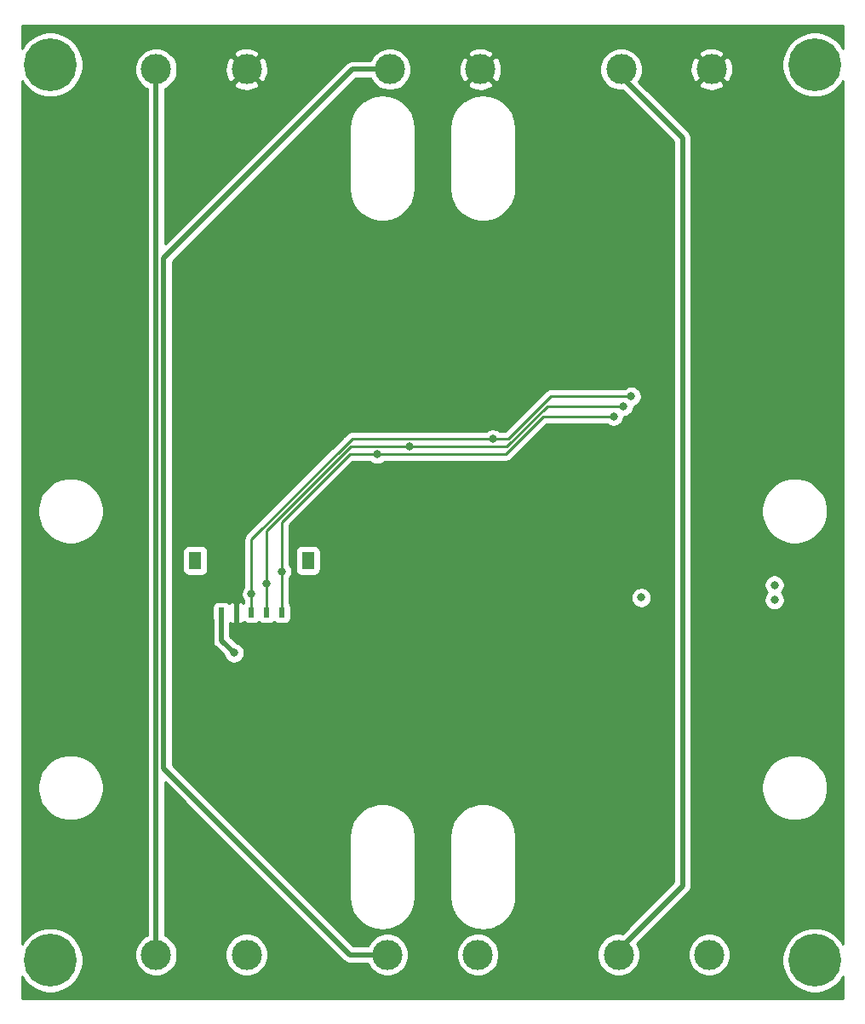
<source format=gbr>
%TF.GenerationSoftware,KiCad,Pcbnew,(5.1.10)-1*%
%TF.CreationDate,2022-05-09T17:55:47-07:00*%
%TF.ProjectId,solar-panel-NoCutout,736f6c61-722d-4706-916e-656c2d4e6f43,1.0*%
%TF.SameCoordinates,Original*%
%TF.FileFunction,Copper,L4,Bot*%
%TF.FilePolarity,Positive*%
%FSLAX46Y46*%
G04 Gerber Fmt 4.6, Leading zero omitted, Abs format (unit mm)*
G04 Created by KiCad (PCBNEW (5.1.10)-1) date 2022-05-09 17:55:47*
%MOMM*%
%LPD*%
G01*
G04 APERTURE LIST*
%TA.AperFunction,ComponentPad*%
%ADD10C,5.250000*%
%TD*%
%TA.AperFunction,SMDPad,CuDef*%
%ADD11R,1.250000X1.800000*%
%TD*%
%TA.AperFunction,SMDPad,CuDef*%
%ADD12R,0.600000X1.000000*%
%TD*%
%TA.AperFunction,ComponentPad*%
%ADD13C,3.000000*%
%TD*%
%TA.AperFunction,ViaPad*%
%ADD14C,0.800000*%
%TD*%
%TA.AperFunction,Conductor*%
%ADD15C,0.250000*%
%TD*%
%TA.AperFunction,Conductor*%
%ADD16C,0.500000*%
%TD*%
%TA.AperFunction,Conductor*%
%ADD17C,0.254000*%
%TD*%
%TA.AperFunction,Conductor*%
%ADD18C,0.100000*%
%TD*%
G04 APERTURE END LIST*
D10*
%TO.P,J2,1*%
%TO.N,Net-(J2-Pad1)*%
X106500000Y-70300000D03*
%TD*%
%TO.P,J5,1*%
%TO.N,Net-(J5-Pad1)*%
X182500000Y-159300000D03*
%TD*%
%TO.P,J4,1*%
%TO.N,Net-(J4-Pad1)*%
X182500000Y-70300000D03*
%TD*%
%TO.P,J3,1*%
%TO.N,Net-(J3-Pad1)*%
X106500000Y-159300000D03*
%TD*%
D11*
%TO.P,J1,7*%
%TO.N,Net-(J1-Pad7)*%
X132104999Y-119560000D03*
%TO.P,J1,6*%
%TO.N,Net-(J1-Pad6)*%
X120895001Y-119560000D03*
D12*
%TO.P,J1,5*%
%TO.N,SDA*%
X129500001Y-124750000D03*
%TO.P,J1,4*%
%TO.N,SCL*%
X128000001Y-124750000D03*
%TO.P,J1,3*%
%TO.N,+3V3*%
X126499999Y-124750000D03*
%TO.P,J1,2*%
%TO.N,GND*%
X125000000Y-124750000D03*
%TO.P,J1,1*%
%TO.N,VSOLAR*%
X123500000Y-124750000D03*
%TD*%
D13*
%TO.P,SC6,2*%
%TO.N,GND*%
X172250000Y-70750000D03*
%TO.P,SC6,1*%
%TO.N,Net-(SC5-Pad2)*%
X163250000Y-70750000D03*
%TD*%
%TO.P,SC5,2*%
%TO.N,Net-(SC5-Pad2)*%
X163000000Y-158750000D03*
%TO.P,SC5,1*%
%TO.N,Net-(D3-Pad2)*%
X172000000Y-158750000D03*
%TD*%
%TO.P,SC4,2*%
%TO.N,GND*%
X149250000Y-70750000D03*
%TO.P,SC4,1*%
%TO.N,Net-(SC3-Pad2)*%
X140250000Y-70750000D03*
%TD*%
%TO.P,SC3,2*%
%TO.N,Net-(SC3-Pad2)*%
X140000000Y-158750000D03*
%TO.P,SC3,1*%
%TO.N,Net-(D2-Pad2)*%
X149000000Y-158750000D03*
%TD*%
%TO.P,SC2,2*%
%TO.N,GND*%
X126000000Y-70750000D03*
%TO.P,SC2,1*%
%TO.N,Net-(SC1-Pad2)*%
X117000000Y-70750000D03*
%TD*%
%TO.P,SC1,2*%
%TO.N,Net-(SC1-Pad2)*%
X117000000Y-158750000D03*
%TO.P,SC1,1*%
%TO.N,Net-(D1-Pad2)*%
X126000000Y-158750000D03*
%TD*%
D14*
%TO.N,GND*%
X124000000Y-115750000D03*
X164000000Y-109750000D03*
X145500000Y-102000000D03*
%TO.N,+3V3*%
X164250000Y-103250000D03*
X150500000Y-107500000D03*
X126500000Y-122894997D03*
%TO.N,VSOLAR*%
X124750000Y-128750000D03*
%TO.N,SDA*%
X162500000Y-105250000D03*
X139000000Y-109000000D03*
X129500000Y-120644998D03*
%TO.N,SCL*%
X163500000Y-104250000D03*
X142250000Y-108250000D03*
X128000000Y-121894996D03*
%TO.N,Net-(U2-Pad6)*%
X165250000Y-123250000D03*
X178500000Y-122000000D03*
X178500000Y-123500000D03*
%TD*%
D15*
%TO.N,+3V3*%
X151500000Y-107500000D02*
X152000000Y-107500000D01*
X152000000Y-107500000D02*
X156250000Y-103250000D01*
X156250000Y-103250000D02*
X164250000Y-103250000D01*
X164250000Y-103250000D02*
X164250000Y-103250000D01*
X126355003Y-124605004D02*
X126499999Y-124750000D01*
X136477180Y-107500000D02*
X136500000Y-107500000D01*
X136500000Y-107500000D02*
X151500000Y-107500000D01*
X126499999Y-124750000D02*
X126499999Y-117499999D01*
X126499999Y-117477181D02*
X126499999Y-117499999D01*
X136200010Y-107799990D02*
X136177189Y-107799991D01*
X136177189Y-107799991D02*
X126499999Y-117477181D01*
X136500000Y-107500000D02*
X136200010Y-107799990D01*
D16*
%TO.N,VSOLAR*%
X123500000Y-127500000D02*
X124750000Y-128750000D01*
X123500000Y-124750000D02*
X123500000Y-127500000D01*
%TO.N,Net-(SC1-Pad2)*%
X117000000Y-71250000D02*
X117000000Y-158250000D01*
%TO.N,Net-(SC3-Pad2)*%
X140000000Y-70750000D02*
X136500000Y-70750000D01*
X136500000Y-70750000D02*
X117750000Y-89500000D01*
X140000000Y-158750000D02*
X136250000Y-158750000D01*
X117750000Y-140250000D02*
X117750000Y-138750000D01*
X136250000Y-158750000D02*
X117750000Y-140250000D01*
X117750000Y-89500000D02*
X117750000Y-138750000D01*
D15*
%TO.N,SDA*%
X155522820Y-105250000D02*
X151772820Y-109000000D01*
X162500000Y-105250000D02*
X155522820Y-105250000D01*
X129500001Y-115749999D02*
X136250000Y-109000000D01*
X129500001Y-124750000D02*
X129500001Y-115749999D01*
X151772820Y-109000000D02*
X136250000Y-109000000D01*
%TO.N,SCL*%
X155886410Y-104250000D02*
X151886410Y-108250000D01*
X163500000Y-104250000D02*
X155886410Y-104250000D01*
X136363590Y-108250000D02*
X136500000Y-108250000D01*
X128000001Y-124750000D02*
X128000001Y-116613589D01*
X128000001Y-116613589D02*
X136363590Y-108250000D01*
X151886410Y-108250000D02*
X136500000Y-108250000D01*
D16*
%TO.N,Net-(SC5-Pad2)*%
X169350001Y-77600001D02*
X169350001Y-151899999D01*
X169350001Y-151899999D02*
X163000000Y-158250000D01*
X163000000Y-71250000D02*
X169350001Y-77600001D01*
%TD*%
D17*
%TO.N,GND*%
X185340001Y-68682516D02*
X185032208Y-68221871D01*
X184578129Y-67767792D01*
X184044189Y-67411025D01*
X183450907Y-67165280D01*
X182821082Y-67040000D01*
X182178918Y-67040000D01*
X181549093Y-67165280D01*
X180955811Y-67411025D01*
X180421871Y-67767792D01*
X179967792Y-68221871D01*
X179611025Y-68755811D01*
X179365280Y-69349093D01*
X179240000Y-69978918D01*
X179240000Y-70621082D01*
X179365280Y-71250907D01*
X179611025Y-71844189D01*
X179967792Y-72378129D01*
X180421871Y-72832208D01*
X180955811Y-73188975D01*
X181549093Y-73434720D01*
X182178918Y-73560000D01*
X182821082Y-73560000D01*
X183450907Y-73434720D01*
X184044189Y-73188975D01*
X184578129Y-72832208D01*
X185032208Y-72378129D01*
X185340001Y-71917484D01*
X185340000Y-157682515D01*
X185032208Y-157221871D01*
X184578129Y-156767792D01*
X184044189Y-156411025D01*
X183450907Y-156165280D01*
X182821082Y-156040000D01*
X182178918Y-156040000D01*
X181549093Y-156165280D01*
X180955811Y-156411025D01*
X180421871Y-156767792D01*
X179967792Y-157221871D01*
X179611025Y-157755811D01*
X179365280Y-158349093D01*
X179240000Y-158978918D01*
X179240000Y-159621082D01*
X179365280Y-160250907D01*
X179611025Y-160844189D01*
X179967792Y-161378129D01*
X180421871Y-161832208D01*
X180955811Y-162188975D01*
X181549093Y-162434720D01*
X182178918Y-162560000D01*
X182821082Y-162560000D01*
X183450907Y-162434720D01*
X184044189Y-162188975D01*
X184578129Y-161832208D01*
X185032208Y-161378129D01*
X185340000Y-160917485D01*
X185340000Y-163090000D01*
X103660000Y-163090000D01*
X103660000Y-160917485D01*
X103967792Y-161378129D01*
X104421871Y-161832208D01*
X104955811Y-162188975D01*
X105549093Y-162434720D01*
X106178918Y-162560000D01*
X106821082Y-162560000D01*
X107450907Y-162434720D01*
X108044189Y-162188975D01*
X108578129Y-161832208D01*
X109032208Y-161378129D01*
X109388975Y-160844189D01*
X109634720Y-160250907D01*
X109760000Y-159621082D01*
X109760000Y-158978918D01*
X109634720Y-158349093D01*
X109388975Y-157755811D01*
X109032208Y-157221871D01*
X108578129Y-156767792D01*
X108044189Y-156411025D01*
X107450907Y-156165280D01*
X106821082Y-156040000D01*
X106178918Y-156040000D01*
X105549093Y-156165280D01*
X104955811Y-156411025D01*
X104421871Y-156767792D01*
X103967792Y-157221871D01*
X103660000Y-157682515D01*
X103660000Y-141826053D01*
X105210914Y-141826053D01*
X105210914Y-142473947D01*
X105337312Y-143109391D01*
X105585250Y-143707966D01*
X105945200Y-144246670D01*
X106403330Y-144704800D01*
X106942034Y-145064750D01*
X107540609Y-145312688D01*
X108176053Y-145439086D01*
X108823947Y-145439086D01*
X109459391Y-145312688D01*
X110057966Y-145064750D01*
X110596670Y-144704800D01*
X111054800Y-144246670D01*
X111414750Y-143707966D01*
X111662688Y-143109391D01*
X111789086Y-142473947D01*
X111789086Y-141826053D01*
X111662688Y-141190609D01*
X111414750Y-140592034D01*
X111054800Y-140053330D01*
X110596670Y-139595200D01*
X110057966Y-139235250D01*
X109459391Y-138987312D01*
X108823947Y-138860914D01*
X108176053Y-138860914D01*
X107540609Y-138987312D01*
X106942034Y-139235250D01*
X106403330Y-139595200D01*
X105945200Y-140053330D01*
X105585250Y-140592034D01*
X105337312Y-141190609D01*
X105210914Y-141826053D01*
X103660000Y-141826053D01*
X103660000Y-114326053D01*
X105210914Y-114326053D01*
X105210914Y-114973947D01*
X105337312Y-115609391D01*
X105585250Y-116207966D01*
X105945200Y-116746670D01*
X106403330Y-117204800D01*
X106942034Y-117564750D01*
X107540609Y-117812688D01*
X108176053Y-117939086D01*
X108823947Y-117939086D01*
X109459391Y-117812688D01*
X110057966Y-117564750D01*
X110596670Y-117204800D01*
X111054800Y-116746670D01*
X111414750Y-116207966D01*
X111662688Y-115609391D01*
X111789086Y-114973947D01*
X111789086Y-114326053D01*
X111662688Y-113690609D01*
X111414750Y-113092034D01*
X111054800Y-112553330D01*
X110596670Y-112095200D01*
X110057966Y-111735250D01*
X109459391Y-111487312D01*
X108823947Y-111360914D01*
X108176053Y-111360914D01*
X107540609Y-111487312D01*
X106942034Y-111735250D01*
X106403330Y-112095200D01*
X105945200Y-112553330D01*
X105585250Y-113092034D01*
X105337312Y-113690609D01*
X105210914Y-114326053D01*
X103660000Y-114326053D01*
X103660000Y-71917485D01*
X103967792Y-72378129D01*
X104421871Y-72832208D01*
X104955811Y-73188975D01*
X105549093Y-73434720D01*
X106178918Y-73560000D01*
X106821082Y-73560000D01*
X107450907Y-73434720D01*
X108044189Y-73188975D01*
X108578129Y-72832208D01*
X109032208Y-72378129D01*
X109388975Y-71844189D01*
X109634720Y-71250907D01*
X109760000Y-70621082D01*
X109760000Y-70539721D01*
X114865000Y-70539721D01*
X114865000Y-70960279D01*
X114947047Y-71372756D01*
X115107988Y-71761302D01*
X115341637Y-72110983D01*
X115639017Y-72408363D01*
X115988698Y-72642012D01*
X116115000Y-72694328D01*
X116115001Y-156805672D01*
X115988698Y-156857988D01*
X115639017Y-157091637D01*
X115341637Y-157389017D01*
X115107988Y-157738698D01*
X114947047Y-158127244D01*
X114865000Y-158539721D01*
X114865000Y-158960279D01*
X114947047Y-159372756D01*
X115107988Y-159761302D01*
X115341637Y-160110983D01*
X115639017Y-160408363D01*
X115988698Y-160642012D01*
X116377244Y-160802953D01*
X116789721Y-160885000D01*
X117210279Y-160885000D01*
X117622756Y-160802953D01*
X118011302Y-160642012D01*
X118360983Y-160408363D01*
X118658363Y-160110983D01*
X118892012Y-159761302D01*
X119052953Y-159372756D01*
X119135000Y-158960279D01*
X119135000Y-158539721D01*
X123865000Y-158539721D01*
X123865000Y-158960279D01*
X123947047Y-159372756D01*
X124107988Y-159761302D01*
X124341637Y-160110983D01*
X124639017Y-160408363D01*
X124988698Y-160642012D01*
X125377244Y-160802953D01*
X125789721Y-160885000D01*
X126210279Y-160885000D01*
X126622756Y-160802953D01*
X127011302Y-160642012D01*
X127360983Y-160408363D01*
X127658363Y-160110983D01*
X127892012Y-159761302D01*
X128052953Y-159372756D01*
X128135000Y-158960279D01*
X128135000Y-158539721D01*
X128052953Y-158127244D01*
X127892012Y-157738698D01*
X127658363Y-157389017D01*
X127360983Y-157091637D01*
X127011302Y-156857988D01*
X126622756Y-156697047D01*
X126210279Y-156615000D01*
X125789721Y-156615000D01*
X125377244Y-156697047D01*
X124988698Y-156857988D01*
X124639017Y-157091637D01*
X124341637Y-157389017D01*
X124107988Y-157738698D01*
X123947047Y-158127244D01*
X123865000Y-158539721D01*
X119135000Y-158539721D01*
X119052953Y-158127244D01*
X118892012Y-157738698D01*
X118658363Y-157389017D01*
X118360983Y-157091637D01*
X118011302Y-156857988D01*
X117885000Y-156805672D01*
X117885000Y-141636578D01*
X135593470Y-159345049D01*
X135621183Y-159378817D01*
X135654951Y-159406530D01*
X135654953Y-159406532D01*
X135755941Y-159489411D01*
X135909687Y-159571589D01*
X136076510Y-159622195D01*
X136206523Y-159635000D01*
X136206531Y-159635000D01*
X136250000Y-159639281D01*
X136293469Y-159635000D01*
X138055672Y-159635000D01*
X138107988Y-159761302D01*
X138341637Y-160110983D01*
X138639017Y-160408363D01*
X138988698Y-160642012D01*
X139377244Y-160802953D01*
X139789721Y-160885000D01*
X140210279Y-160885000D01*
X140622756Y-160802953D01*
X141011302Y-160642012D01*
X141360983Y-160408363D01*
X141658363Y-160110983D01*
X141892012Y-159761302D01*
X142052953Y-159372756D01*
X142135000Y-158960279D01*
X142135000Y-158539721D01*
X146865000Y-158539721D01*
X146865000Y-158960279D01*
X146947047Y-159372756D01*
X147107988Y-159761302D01*
X147341637Y-160110983D01*
X147639017Y-160408363D01*
X147988698Y-160642012D01*
X148377244Y-160802953D01*
X148789721Y-160885000D01*
X149210279Y-160885000D01*
X149622756Y-160802953D01*
X150011302Y-160642012D01*
X150360983Y-160408363D01*
X150658363Y-160110983D01*
X150892012Y-159761302D01*
X151052953Y-159372756D01*
X151135000Y-158960279D01*
X151135000Y-158539721D01*
X160865000Y-158539721D01*
X160865000Y-158960279D01*
X160947047Y-159372756D01*
X161107988Y-159761302D01*
X161341637Y-160110983D01*
X161639017Y-160408363D01*
X161988698Y-160642012D01*
X162377244Y-160802953D01*
X162789721Y-160885000D01*
X163210279Y-160885000D01*
X163622756Y-160802953D01*
X164011302Y-160642012D01*
X164360983Y-160408363D01*
X164658363Y-160110983D01*
X164892012Y-159761302D01*
X165052953Y-159372756D01*
X165135000Y-158960279D01*
X165135000Y-158539721D01*
X169865000Y-158539721D01*
X169865000Y-158960279D01*
X169947047Y-159372756D01*
X170107988Y-159761302D01*
X170341637Y-160110983D01*
X170639017Y-160408363D01*
X170988698Y-160642012D01*
X171377244Y-160802953D01*
X171789721Y-160885000D01*
X172210279Y-160885000D01*
X172622756Y-160802953D01*
X173011302Y-160642012D01*
X173360983Y-160408363D01*
X173658363Y-160110983D01*
X173892012Y-159761302D01*
X174052953Y-159372756D01*
X174135000Y-158960279D01*
X174135000Y-158539721D01*
X174052953Y-158127244D01*
X173892012Y-157738698D01*
X173658363Y-157389017D01*
X173360983Y-157091637D01*
X173011302Y-156857988D01*
X172622756Y-156697047D01*
X172210279Y-156615000D01*
X171789721Y-156615000D01*
X171377244Y-156697047D01*
X170988698Y-156857988D01*
X170639017Y-157091637D01*
X170341637Y-157389017D01*
X170107988Y-157738698D01*
X169947047Y-158127244D01*
X169865000Y-158539721D01*
X165135000Y-158539721D01*
X165052953Y-158127244D01*
X164892012Y-157738698D01*
X164840289Y-157661289D01*
X169945050Y-152556529D01*
X169978818Y-152528816D01*
X170014255Y-152485637D01*
X170089412Y-152394058D01*
X170171590Y-152240313D01*
X170222196Y-152073489D01*
X170235001Y-151943476D01*
X170235001Y-151943468D01*
X170239282Y-151899999D01*
X170235001Y-151856530D01*
X170235001Y-141826053D01*
X177210914Y-141826053D01*
X177210914Y-142473947D01*
X177337312Y-143109391D01*
X177585250Y-143707966D01*
X177945200Y-144246670D01*
X178403330Y-144704800D01*
X178942034Y-145064750D01*
X179540609Y-145312688D01*
X180176053Y-145439086D01*
X180823947Y-145439086D01*
X181459391Y-145312688D01*
X182057966Y-145064750D01*
X182596670Y-144704800D01*
X183054800Y-144246670D01*
X183414750Y-143707966D01*
X183662688Y-143109391D01*
X183789086Y-142473947D01*
X183789086Y-141826053D01*
X183662688Y-141190609D01*
X183414750Y-140592034D01*
X183054800Y-140053330D01*
X182596670Y-139595200D01*
X182057966Y-139235250D01*
X181459391Y-138987312D01*
X180823947Y-138860914D01*
X180176053Y-138860914D01*
X179540609Y-138987312D01*
X178942034Y-139235250D01*
X178403330Y-139595200D01*
X177945200Y-140053330D01*
X177585250Y-140592034D01*
X177337312Y-141190609D01*
X177210914Y-141826053D01*
X170235001Y-141826053D01*
X170235001Y-121898061D01*
X177465000Y-121898061D01*
X177465000Y-122101939D01*
X177504774Y-122301898D01*
X177582795Y-122490256D01*
X177696063Y-122659774D01*
X177786289Y-122750000D01*
X177696063Y-122840226D01*
X177582795Y-123009744D01*
X177504774Y-123198102D01*
X177465000Y-123398061D01*
X177465000Y-123601939D01*
X177504774Y-123801898D01*
X177582795Y-123990256D01*
X177696063Y-124159774D01*
X177840226Y-124303937D01*
X178009744Y-124417205D01*
X178198102Y-124495226D01*
X178398061Y-124535000D01*
X178601939Y-124535000D01*
X178801898Y-124495226D01*
X178990256Y-124417205D01*
X179159774Y-124303937D01*
X179303937Y-124159774D01*
X179417205Y-123990256D01*
X179495226Y-123801898D01*
X179535000Y-123601939D01*
X179535000Y-123398061D01*
X179495226Y-123198102D01*
X179417205Y-123009744D01*
X179303937Y-122840226D01*
X179213711Y-122750000D01*
X179303937Y-122659774D01*
X179417205Y-122490256D01*
X179495226Y-122301898D01*
X179535000Y-122101939D01*
X179535000Y-121898061D01*
X179495226Y-121698102D01*
X179417205Y-121509744D01*
X179303937Y-121340226D01*
X179159774Y-121196063D01*
X178990256Y-121082795D01*
X178801898Y-121004774D01*
X178601939Y-120965000D01*
X178398061Y-120965000D01*
X178198102Y-121004774D01*
X178009744Y-121082795D01*
X177840226Y-121196063D01*
X177696063Y-121340226D01*
X177582795Y-121509744D01*
X177504774Y-121698102D01*
X177465000Y-121898061D01*
X170235001Y-121898061D01*
X170235001Y-114326053D01*
X177210914Y-114326053D01*
X177210914Y-114973947D01*
X177337312Y-115609391D01*
X177585250Y-116207966D01*
X177945200Y-116746670D01*
X178403330Y-117204800D01*
X178942034Y-117564750D01*
X179540609Y-117812688D01*
X180176053Y-117939086D01*
X180823947Y-117939086D01*
X181459391Y-117812688D01*
X182057966Y-117564750D01*
X182596670Y-117204800D01*
X183054800Y-116746670D01*
X183414750Y-116207966D01*
X183662688Y-115609391D01*
X183789086Y-114973947D01*
X183789086Y-114326053D01*
X183662688Y-113690609D01*
X183414750Y-113092034D01*
X183054800Y-112553330D01*
X182596670Y-112095200D01*
X182057966Y-111735250D01*
X181459391Y-111487312D01*
X180823947Y-111360914D01*
X180176053Y-111360914D01*
X179540609Y-111487312D01*
X178942034Y-111735250D01*
X178403330Y-112095200D01*
X177945200Y-112553330D01*
X177585250Y-113092034D01*
X177337312Y-113690609D01*
X177210914Y-114326053D01*
X170235001Y-114326053D01*
X170235001Y-77643470D01*
X170239282Y-77600001D01*
X170235001Y-77556532D01*
X170235001Y-77556524D01*
X170222196Y-77426511D01*
X170171685Y-77260000D01*
X170171590Y-77259687D01*
X170089412Y-77105942D01*
X170006533Y-77004954D01*
X170006531Y-77004952D01*
X169978818Y-76971184D01*
X169945052Y-76943473D01*
X165243232Y-72241653D01*
X170937952Y-72241653D01*
X171093962Y-72557214D01*
X171468745Y-72748020D01*
X171873551Y-72862044D01*
X172292824Y-72894902D01*
X172710451Y-72845334D01*
X173110383Y-72715243D01*
X173406038Y-72557214D01*
X173562048Y-72241653D01*
X172250000Y-70929605D01*
X170937952Y-72241653D01*
X165243232Y-72241653D01*
X164990153Y-71988575D01*
X165142012Y-71761302D01*
X165302953Y-71372756D01*
X165385000Y-70960279D01*
X165385000Y-70792824D01*
X170105098Y-70792824D01*
X170154666Y-71210451D01*
X170284757Y-71610383D01*
X170442786Y-71906038D01*
X170758347Y-72062048D01*
X172070395Y-70750000D01*
X172429605Y-70750000D01*
X173741653Y-72062048D01*
X174057214Y-71906038D01*
X174248020Y-71531255D01*
X174362044Y-71126449D01*
X174394902Y-70707176D01*
X174345334Y-70289549D01*
X174215243Y-69889617D01*
X174057214Y-69593962D01*
X173741653Y-69437952D01*
X172429605Y-70750000D01*
X172070395Y-70750000D01*
X170758347Y-69437952D01*
X170442786Y-69593962D01*
X170251980Y-69968745D01*
X170137956Y-70373551D01*
X170105098Y-70792824D01*
X165385000Y-70792824D01*
X165385000Y-70539721D01*
X165302953Y-70127244D01*
X165142012Y-69738698D01*
X164908363Y-69389017D01*
X164777693Y-69258347D01*
X170937952Y-69258347D01*
X172250000Y-70570395D01*
X173562048Y-69258347D01*
X173406038Y-68942786D01*
X173031255Y-68751980D01*
X172626449Y-68637956D01*
X172207176Y-68605098D01*
X171789549Y-68654666D01*
X171389617Y-68784757D01*
X171093962Y-68942786D01*
X170937952Y-69258347D01*
X164777693Y-69258347D01*
X164610983Y-69091637D01*
X164261302Y-68857988D01*
X163872756Y-68697047D01*
X163460279Y-68615000D01*
X163039721Y-68615000D01*
X162627244Y-68697047D01*
X162238698Y-68857988D01*
X161889017Y-69091637D01*
X161591637Y-69389017D01*
X161357988Y-69738698D01*
X161197047Y-70127244D01*
X161115000Y-70539721D01*
X161115000Y-70960279D01*
X161197047Y-71372756D01*
X161357988Y-71761302D01*
X161591637Y-72110983D01*
X161889017Y-72408363D01*
X162238698Y-72642012D01*
X162627244Y-72802953D01*
X163039721Y-72885000D01*
X163383422Y-72885000D01*
X168465001Y-77966580D01*
X168465002Y-151533419D01*
X163354696Y-156643726D01*
X163210279Y-156615000D01*
X162789721Y-156615000D01*
X162377244Y-156697047D01*
X161988698Y-156857988D01*
X161639017Y-157091637D01*
X161341637Y-157389017D01*
X161107988Y-157738698D01*
X160947047Y-158127244D01*
X160865000Y-158539721D01*
X151135000Y-158539721D01*
X151052953Y-158127244D01*
X150892012Y-157738698D01*
X150658363Y-157389017D01*
X150360983Y-157091637D01*
X150011302Y-156857988D01*
X149622756Y-156697047D01*
X149210279Y-156615000D01*
X148789721Y-156615000D01*
X148377244Y-156697047D01*
X147988698Y-156857988D01*
X147639017Y-157091637D01*
X147341637Y-157389017D01*
X147107988Y-157738698D01*
X146947047Y-158127244D01*
X146865000Y-158539721D01*
X142135000Y-158539721D01*
X142052953Y-158127244D01*
X141892012Y-157738698D01*
X141658363Y-157389017D01*
X141360983Y-157091637D01*
X141011302Y-156857988D01*
X140622756Y-156697047D01*
X140210279Y-156615000D01*
X139789721Y-156615000D01*
X139377244Y-156697047D01*
X138988698Y-156857988D01*
X138639017Y-157091637D01*
X138341637Y-157389017D01*
X138107988Y-157738698D01*
X138055672Y-157865000D01*
X136616579Y-157865000D01*
X131783997Y-153032418D01*
X136190000Y-153032418D01*
X136190226Y-153034712D01*
X136190274Y-153041602D01*
X136193408Y-153071421D01*
X136193408Y-153101405D01*
X136194371Y-153110570D01*
X136252022Y-153624536D01*
X136264458Y-153683039D01*
X136276078Y-153741727D01*
X136278803Y-153750530D01*
X136435185Y-154243509D01*
X136458736Y-154298456D01*
X136481545Y-154353797D01*
X136485929Y-154361903D01*
X136735087Y-154815120D01*
X136768856Y-154864439D01*
X136801985Y-154914303D01*
X136807860Y-154921403D01*
X137140302Y-155317593D01*
X137183052Y-155359456D01*
X137225192Y-155401892D01*
X137232334Y-155407716D01*
X137635399Y-155731789D01*
X137685452Y-155764542D01*
X137735045Y-155797994D01*
X137743182Y-155802320D01*
X138201518Y-156041931D01*
X138256950Y-156064327D01*
X138312126Y-156087521D01*
X138320948Y-156090184D01*
X138817094Y-156236208D01*
X138875828Y-156247412D01*
X138934451Y-156259446D01*
X138943623Y-156260345D01*
X139458683Y-156307219D01*
X139518501Y-156306801D01*
X139578318Y-156307219D01*
X139587489Y-156306319D01*
X139587491Y-156306319D01*
X140101845Y-156252258D01*
X140160401Y-156240238D01*
X140219201Y-156229022D01*
X140228023Y-156226358D01*
X140722084Y-156073421D01*
X140777252Y-156050230D01*
X140832691Y-156027832D01*
X140840827Y-156023506D01*
X141295772Y-155777519D01*
X141345373Y-155744063D01*
X141395420Y-155711313D01*
X141402561Y-155705489D01*
X141801062Y-155375820D01*
X141843221Y-155333365D01*
X141885951Y-155291521D01*
X141891825Y-155284420D01*
X142218704Y-154883628D01*
X142251798Y-154833817D01*
X142285604Y-154784445D01*
X142289987Y-154776339D01*
X142532792Y-154319687D01*
X142555583Y-154264393D01*
X142579153Y-154209400D01*
X142581878Y-154200597D01*
X142731362Y-153705482D01*
X142742982Y-153646794D01*
X142755418Y-153588291D01*
X142756381Y-153579126D01*
X142806850Y-153064405D01*
X142806850Y-153064402D01*
X142810000Y-153032419D01*
X142810000Y-146967582D01*
X146190000Y-146967582D01*
X146190001Y-153032419D01*
X146190226Y-153034702D01*
X146190274Y-153041602D01*
X146193408Y-153071421D01*
X146193408Y-153101405D01*
X146194371Y-153110570D01*
X146252022Y-153624536D01*
X146264458Y-153683039D01*
X146276078Y-153741727D01*
X146278803Y-153750530D01*
X146435185Y-154243509D01*
X146458736Y-154298456D01*
X146481545Y-154353797D01*
X146485929Y-154361903D01*
X146735087Y-154815120D01*
X146768856Y-154864439D01*
X146801985Y-154914303D01*
X146807860Y-154921403D01*
X147140302Y-155317593D01*
X147183052Y-155359456D01*
X147225192Y-155401892D01*
X147232334Y-155407716D01*
X147635399Y-155731789D01*
X147685452Y-155764542D01*
X147735045Y-155797994D01*
X147743182Y-155802320D01*
X148201518Y-156041931D01*
X148256950Y-156064327D01*
X148312126Y-156087521D01*
X148320948Y-156090184D01*
X148817094Y-156236208D01*
X148875828Y-156247412D01*
X148934451Y-156259446D01*
X148943623Y-156260345D01*
X149458683Y-156307219D01*
X149518501Y-156306801D01*
X149578318Y-156307219D01*
X149587489Y-156306319D01*
X149587491Y-156306319D01*
X150101845Y-156252258D01*
X150160401Y-156240238D01*
X150219201Y-156229022D01*
X150228023Y-156226358D01*
X150722084Y-156073421D01*
X150777252Y-156050230D01*
X150832691Y-156027832D01*
X150840827Y-156023506D01*
X151295772Y-155777519D01*
X151345373Y-155744063D01*
X151395420Y-155711313D01*
X151402561Y-155705489D01*
X151801062Y-155375820D01*
X151843221Y-155333365D01*
X151885951Y-155291521D01*
X151891825Y-155284420D01*
X152218704Y-154883628D01*
X152251798Y-154833817D01*
X152285604Y-154784445D01*
X152289987Y-154776339D01*
X152532792Y-154319687D01*
X152555583Y-154264393D01*
X152579153Y-154209400D01*
X152581878Y-154200597D01*
X152731362Y-153705482D01*
X152742982Y-153646794D01*
X152755418Y-153588291D01*
X152756381Y-153579126D01*
X152806850Y-153064405D01*
X152806850Y-153064402D01*
X152810000Y-153032419D01*
X152810000Y-146967581D01*
X152809774Y-146965287D01*
X152809726Y-146958398D01*
X152806592Y-146928579D01*
X152806592Y-146898594D01*
X152805629Y-146889430D01*
X152747978Y-146375464D01*
X152735542Y-146316961D01*
X152723922Y-146258273D01*
X152721197Y-146249470D01*
X152564815Y-145756490D01*
X152541259Y-145701530D01*
X152518455Y-145646203D01*
X152514072Y-145638097D01*
X152264913Y-145184880D01*
X152231126Y-145135535D01*
X152198014Y-145085697D01*
X152192140Y-145078597D01*
X151859697Y-144682407D01*
X151816967Y-144640563D01*
X151774808Y-144598108D01*
X151767666Y-144592284D01*
X151364601Y-144268212D01*
X151314582Y-144235481D01*
X151264955Y-144202006D01*
X151256818Y-144197680D01*
X150798482Y-143958068D01*
X150743017Y-143935659D01*
X150687874Y-143912479D01*
X150679052Y-143909816D01*
X150182905Y-143763792D01*
X150124186Y-143752591D01*
X150065549Y-143740554D01*
X150056378Y-143739655D01*
X149541317Y-143692781D01*
X149481500Y-143693199D01*
X149421682Y-143692781D01*
X149412511Y-143693681D01*
X148898155Y-143747742D01*
X148839624Y-143759757D01*
X148780799Y-143770978D01*
X148771977Y-143773642D01*
X148277917Y-143926579D01*
X148222762Y-143949764D01*
X148167309Y-143972168D01*
X148159177Y-143976493D01*
X148159172Y-143976495D01*
X148159168Y-143976498D01*
X147704228Y-144222481D01*
X147654627Y-144255937D01*
X147604580Y-144288687D01*
X147597439Y-144294512D01*
X147198938Y-144624180D01*
X147156781Y-144666632D01*
X147114048Y-144708479D01*
X147108174Y-144715580D01*
X146781296Y-145116373D01*
X146748203Y-145166181D01*
X146714396Y-145215555D01*
X146710013Y-145223661D01*
X146467207Y-145680313D01*
X146444408Y-145735628D01*
X146420847Y-145790600D01*
X146418122Y-145799403D01*
X146268638Y-146294518D01*
X146257015Y-146353221D01*
X146244582Y-146411710D01*
X146243619Y-146420874D01*
X146193150Y-146935595D01*
X146190000Y-146967582D01*
X142810000Y-146967582D01*
X142810000Y-146967581D01*
X142809774Y-146965287D01*
X142809726Y-146958398D01*
X142806592Y-146928579D01*
X142806592Y-146898594D01*
X142805629Y-146889430D01*
X142747978Y-146375464D01*
X142735542Y-146316961D01*
X142723922Y-146258273D01*
X142721197Y-146249470D01*
X142564815Y-145756490D01*
X142541259Y-145701530D01*
X142518455Y-145646203D01*
X142514072Y-145638097D01*
X142264913Y-145184880D01*
X142231126Y-145135535D01*
X142198014Y-145085697D01*
X142192140Y-145078597D01*
X141859697Y-144682407D01*
X141816967Y-144640563D01*
X141774808Y-144598108D01*
X141767666Y-144592284D01*
X141364601Y-144268212D01*
X141314582Y-144235481D01*
X141264955Y-144202006D01*
X141256818Y-144197680D01*
X140798482Y-143958068D01*
X140743017Y-143935659D01*
X140687874Y-143912479D01*
X140679052Y-143909816D01*
X140182905Y-143763792D01*
X140124186Y-143752591D01*
X140065549Y-143740554D01*
X140056378Y-143739655D01*
X139541317Y-143692781D01*
X139481500Y-143693199D01*
X139421682Y-143692781D01*
X139412511Y-143693681D01*
X138898155Y-143747742D01*
X138839624Y-143759757D01*
X138780799Y-143770978D01*
X138771977Y-143773642D01*
X138277917Y-143926579D01*
X138222762Y-143949764D01*
X138167309Y-143972168D01*
X138159177Y-143976493D01*
X138159172Y-143976495D01*
X138159168Y-143976498D01*
X137704228Y-144222481D01*
X137654627Y-144255937D01*
X137604580Y-144288687D01*
X137597439Y-144294512D01*
X137198938Y-144624180D01*
X137156781Y-144666632D01*
X137114048Y-144708479D01*
X137108174Y-144715580D01*
X136781296Y-145116373D01*
X136748203Y-145166181D01*
X136714396Y-145215555D01*
X136710013Y-145223661D01*
X136467207Y-145680313D01*
X136444408Y-145735628D01*
X136420847Y-145790600D01*
X136418122Y-145799403D01*
X136268638Y-146294518D01*
X136257015Y-146353221D01*
X136244582Y-146411710D01*
X136243619Y-146420874D01*
X136193150Y-146935595D01*
X136193150Y-146935608D01*
X136190001Y-146967581D01*
X136190000Y-153032418D01*
X131783997Y-153032418D01*
X118635000Y-139883422D01*
X118635000Y-124250000D01*
X122561928Y-124250000D01*
X122561928Y-125250000D01*
X122574188Y-125374482D01*
X122610498Y-125494180D01*
X122615000Y-125502603D01*
X122615001Y-127456521D01*
X122610719Y-127500000D01*
X122627805Y-127673490D01*
X122678412Y-127840313D01*
X122760590Y-127994059D01*
X122843468Y-128095046D01*
X122843471Y-128095049D01*
X122871184Y-128128817D01*
X122904951Y-128156529D01*
X123743465Y-128995044D01*
X123754774Y-129051898D01*
X123832795Y-129240256D01*
X123946063Y-129409774D01*
X124090226Y-129553937D01*
X124259744Y-129667205D01*
X124448102Y-129745226D01*
X124648061Y-129785000D01*
X124851939Y-129785000D01*
X125051898Y-129745226D01*
X125240256Y-129667205D01*
X125409774Y-129553937D01*
X125553937Y-129409774D01*
X125667205Y-129240256D01*
X125745226Y-129051898D01*
X125785000Y-128851939D01*
X125785000Y-128648061D01*
X125745226Y-128448102D01*
X125667205Y-128259744D01*
X125553937Y-128090226D01*
X125409774Y-127946063D01*
X125240256Y-127832795D01*
X125051898Y-127754774D01*
X124995044Y-127743465D01*
X124385000Y-127133422D01*
X124385000Y-125801647D01*
X124455820Y-125839502D01*
X124575518Y-125875812D01*
X124700000Y-125888072D01*
X124714250Y-125885000D01*
X124873000Y-125726250D01*
X124873000Y-124877000D01*
X124853000Y-124877000D01*
X124853000Y-124623000D01*
X124873000Y-124623000D01*
X124873000Y-123773750D01*
X125127000Y-123773750D01*
X125127000Y-124623000D01*
X125147000Y-124623000D01*
X125147000Y-124877000D01*
X125127000Y-124877000D01*
X125127000Y-125726250D01*
X125285750Y-125885000D01*
X125300000Y-125888072D01*
X125424482Y-125875812D01*
X125544180Y-125839502D01*
X125654494Y-125780537D01*
X125750000Y-125702158D01*
X125845505Y-125780537D01*
X125955819Y-125839502D01*
X126075517Y-125875812D01*
X126199999Y-125888072D01*
X126799999Y-125888072D01*
X126924481Y-125875812D01*
X127044179Y-125839502D01*
X127154493Y-125780537D01*
X127250000Y-125702157D01*
X127345507Y-125780537D01*
X127455821Y-125839502D01*
X127575519Y-125875812D01*
X127700001Y-125888072D01*
X128300001Y-125888072D01*
X128424483Y-125875812D01*
X128544181Y-125839502D01*
X128654495Y-125780537D01*
X128750001Y-125702158D01*
X128845507Y-125780537D01*
X128955821Y-125839502D01*
X129075519Y-125875812D01*
X129200001Y-125888072D01*
X129800001Y-125888072D01*
X129924483Y-125875812D01*
X130044181Y-125839502D01*
X130154495Y-125780537D01*
X130251186Y-125701185D01*
X130330538Y-125604494D01*
X130389503Y-125494180D01*
X130425813Y-125374482D01*
X130438073Y-125250000D01*
X130438073Y-124250000D01*
X130425813Y-124125518D01*
X130389503Y-124005820D01*
X130330538Y-123895506D01*
X130260001Y-123809556D01*
X130260001Y-123148061D01*
X164215000Y-123148061D01*
X164215000Y-123351939D01*
X164254774Y-123551898D01*
X164332795Y-123740256D01*
X164446063Y-123909774D01*
X164590226Y-124053937D01*
X164759744Y-124167205D01*
X164948102Y-124245226D01*
X165148061Y-124285000D01*
X165351939Y-124285000D01*
X165551898Y-124245226D01*
X165740256Y-124167205D01*
X165909774Y-124053937D01*
X166053937Y-123909774D01*
X166167205Y-123740256D01*
X166245226Y-123551898D01*
X166285000Y-123351939D01*
X166285000Y-123148061D01*
X166245226Y-122948102D01*
X166167205Y-122759744D01*
X166053937Y-122590226D01*
X165909774Y-122446063D01*
X165740256Y-122332795D01*
X165551898Y-122254774D01*
X165351939Y-122215000D01*
X165148061Y-122215000D01*
X164948102Y-122254774D01*
X164759744Y-122332795D01*
X164590226Y-122446063D01*
X164446063Y-122590226D01*
X164332795Y-122759744D01*
X164254774Y-122948102D01*
X164215000Y-123148061D01*
X130260001Y-123148061D01*
X130260001Y-121348708D01*
X130303937Y-121304772D01*
X130417205Y-121135254D01*
X130495226Y-120946896D01*
X130535000Y-120746937D01*
X130535000Y-120543059D01*
X130495226Y-120343100D01*
X130417205Y-120154742D01*
X130303937Y-119985224D01*
X130260001Y-119941288D01*
X130260001Y-118660000D01*
X130841927Y-118660000D01*
X130841927Y-120460000D01*
X130854187Y-120584482D01*
X130890497Y-120704180D01*
X130949462Y-120814494D01*
X131028814Y-120911185D01*
X131125505Y-120990537D01*
X131235819Y-121049502D01*
X131355517Y-121085812D01*
X131479999Y-121098072D01*
X132729999Y-121098072D01*
X132854481Y-121085812D01*
X132974179Y-121049502D01*
X133084493Y-120990537D01*
X133181184Y-120911185D01*
X133260536Y-120814494D01*
X133319501Y-120704180D01*
X133355811Y-120584482D01*
X133368071Y-120460000D01*
X133368071Y-118660000D01*
X133355811Y-118535518D01*
X133319501Y-118415820D01*
X133260536Y-118305506D01*
X133181184Y-118208815D01*
X133084493Y-118129463D01*
X132974179Y-118070498D01*
X132854481Y-118034188D01*
X132729999Y-118021928D01*
X131479999Y-118021928D01*
X131355517Y-118034188D01*
X131235819Y-118070498D01*
X131125505Y-118129463D01*
X131028814Y-118208815D01*
X130949462Y-118305506D01*
X130890497Y-118415820D01*
X130854187Y-118535518D01*
X130841927Y-118660000D01*
X130260001Y-118660000D01*
X130260001Y-116064800D01*
X136564802Y-109760000D01*
X138296289Y-109760000D01*
X138340226Y-109803937D01*
X138509744Y-109917205D01*
X138698102Y-109995226D01*
X138898061Y-110035000D01*
X139101939Y-110035000D01*
X139301898Y-109995226D01*
X139490256Y-109917205D01*
X139659774Y-109803937D01*
X139703711Y-109760000D01*
X151735498Y-109760000D01*
X151772820Y-109763676D01*
X151810142Y-109760000D01*
X151810153Y-109760000D01*
X151921806Y-109749003D01*
X152065067Y-109705546D01*
X152197096Y-109634974D01*
X152312821Y-109540001D01*
X152336624Y-109510997D01*
X155837622Y-106010000D01*
X161796289Y-106010000D01*
X161840226Y-106053937D01*
X162009744Y-106167205D01*
X162198102Y-106245226D01*
X162398061Y-106285000D01*
X162601939Y-106285000D01*
X162801898Y-106245226D01*
X162990256Y-106167205D01*
X163159774Y-106053937D01*
X163303937Y-105909774D01*
X163417205Y-105740256D01*
X163495226Y-105551898D01*
X163535000Y-105351939D01*
X163535000Y-105285000D01*
X163601939Y-105285000D01*
X163801898Y-105245226D01*
X163990256Y-105167205D01*
X164159774Y-105053937D01*
X164303937Y-104909774D01*
X164417205Y-104740256D01*
X164495226Y-104551898D01*
X164535000Y-104351939D01*
X164535000Y-104248587D01*
X164551898Y-104245226D01*
X164740256Y-104167205D01*
X164909774Y-104053937D01*
X165053937Y-103909774D01*
X165167205Y-103740256D01*
X165245226Y-103551898D01*
X165285000Y-103351939D01*
X165285000Y-103148061D01*
X165245226Y-102948102D01*
X165167205Y-102759744D01*
X165053937Y-102590226D01*
X164909774Y-102446063D01*
X164740256Y-102332795D01*
X164551898Y-102254774D01*
X164351939Y-102215000D01*
X164148061Y-102215000D01*
X163948102Y-102254774D01*
X163759744Y-102332795D01*
X163590226Y-102446063D01*
X163546289Y-102490000D01*
X156287325Y-102490000D01*
X156250000Y-102486324D01*
X156212675Y-102490000D01*
X156212667Y-102490000D01*
X156101014Y-102500997D01*
X155957753Y-102544454D01*
X155825724Y-102615026D01*
X155709999Y-102709999D01*
X155686201Y-102738997D01*
X151685199Y-106740000D01*
X151203711Y-106740000D01*
X151159774Y-106696063D01*
X150990256Y-106582795D01*
X150801898Y-106504774D01*
X150601939Y-106465000D01*
X150398061Y-106465000D01*
X150198102Y-106504774D01*
X150009744Y-106582795D01*
X149840226Y-106696063D01*
X149796289Y-106740000D01*
X136537323Y-106740000D01*
X136500000Y-106736324D01*
X136462677Y-106740000D01*
X136439847Y-106740000D01*
X136328194Y-106750997D01*
X136184933Y-106794454D01*
X136052904Y-106865026D01*
X135937179Y-106959999D01*
X135842206Y-107075724D01*
X135833859Y-107091340D01*
X135768528Y-107156671D01*
X135752912Y-107165018D01*
X135752898Y-107165030D01*
X135752886Y-107165036D01*
X135707349Y-107202411D01*
X135666186Y-107236192D01*
X135666169Y-107236209D01*
X135637165Y-107260014D01*
X135613383Y-107288995D01*
X125989002Y-116913377D01*
X125959998Y-116937180D01*
X125904870Y-117004355D01*
X125865025Y-117052905D01*
X125811207Y-117153590D01*
X125794453Y-117184935D01*
X125750996Y-117328196D01*
X125739999Y-117439849D01*
X125739999Y-117439859D01*
X125736323Y-117477181D01*
X125739999Y-117514503D01*
X125739999Y-117537332D01*
X125740000Y-117537342D01*
X125739999Y-122191287D01*
X125696063Y-122235223D01*
X125582795Y-122404741D01*
X125504774Y-122593099D01*
X125465000Y-122793058D01*
X125465000Y-122996936D01*
X125504774Y-123196895D01*
X125582795Y-123385253D01*
X125696063Y-123554771D01*
X125739999Y-123598707D01*
X125739999Y-123789635D01*
X125654494Y-123719463D01*
X125544180Y-123660498D01*
X125424482Y-123624188D01*
X125300000Y-123611928D01*
X125285750Y-123615000D01*
X125127000Y-123773750D01*
X124873000Y-123773750D01*
X124714250Y-123615000D01*
X124700000Y-123611928D01*
X124575518Y-123624188D01*
X124455820Y-123660498D01*
X124345506Y-123719463D01*
X124250000Y-123797842D01*
X124154494Y-123719463D01*
X124044180Y-123660498D01*
X123924482Y-123624188D01*
X123800000Y-123611928D01*
X123200000Y-123611928D01*
X123075518Y-123624188D01*
X122955820Y-123660498D01*
X122845506Y-123719463D01*
X122748815Y-123798815D01*
X122669463Y-123895506D01*
X122610498Y-124005820D01*
X122574188Y-124125518D01*
X122561928Y-124250000D01*
X118635000Y-124250000D01*
X118635000Y-118660000D01*
X119631929Y-118660000D01*
X119631929Y-120460000D01*
X119644189Y-120584482D01*
X119680499Y-120704180D01*
X119739464Y-120814494D01*
X119818816Y-120911185D01*
X119915507Y-120990537D01*
X120025821Y-121049502D01*
X120145519Y-121085812D01*
X120270001Y-121098072D01*
X121520001Y-121098072D01*
X121644483Y-121085812D01*
X121764181Y-121049502D01*
X121874495Y-120990537D01*
X121971186Y-120911185D01*
X122050538Y-120814494D01*
X122109503Y-120704180D01*
X122145813Y-120584482D01*
X122158073Y-120460000D01*
X122158073Y-118660000D01*
X122145813Y-118535518D01*
X122109503Y-118415820D01*
X122050538Y-118305506D01*
X121971186Y-118208815D01*
X121874495Y-118129463D01*
X121764181Y-118070498D01*
X121644483Y-118034188D01*
X121520001Y-118021928D01*
X120270001Y-118021928D01*
X120145519Y-118034188D01*
X120025821Y-118070498D01*
X119915507Y-118129463D01*
X119818816Y-118208815D01*
X119739464Y-118305506D01*
X119680499Y-118415820D01*
X119644189Y-118535518D01*
X119631929Y-118660000D01*
X118635000Y-118660000D01*
X118635000Y-89866578D01*
X131933996Y-76567582D01*
X136190000Y-76567582D01*
X136190001Y-82632419D01*
X136190226Y-82634702D01*
X136190274Y-82641602D01*
X136193408Y-82671421D01*
X136193408Y-82701405D01*
X136194371Y-82710570D01*
X136252022Y-83224536D01*
X136264458Y-83283039D01*
X136276078Y-83341727D01*
X136278803Y-83350530D01*
X136435185Y-83843509D01*
X136458736Y-83898456D01*
X136481545Y-83953797D01*
X136485929Y-83961903D01*
X136735087Y-84415120D01*
X136768856Y-84464439D01*
X136801985Y-84514303D01*
X136807860Y-84521403D01*
X137140302Y-84917593D01*
X137183052Y-84959456D01*
X137225192Y-85001892D01*
X137232334Y-85007716D01*
X137635399Y-85331789D01*
X137685452Y-85364542D01*
X137735045Y-85397994D01*
X137743182Y-85402320D01*
X138201518Y-85641931D01*
X138256950Y-85664327D01*
X138312126Y-85687521D01*
X138320948Y-85690184D01*
X138817094Y-85836208D01*
X138875828Y-85847412D01*
X138934451Y-85859446D01*
X138943623Y-85860345D01*
X139458683Y-85907219D01*
X139518501Y-85906801D01*
X139578318Y-85907219D01*
X139587489Y-85906319D01*
X139587491Y-85906319D01*
X140101845Y-85852258D01*
X140160401Y-85840238D01*
X140219201Y-85829022D01*
X140228023Y-85826358D01*
X140722084Y-85673421D01*
X140777252Y-85650230D01*
X140832691Y-85627832D01*
X140840827Y-85623506D01*
X141295772Y-85377519D01*
X141345373Y-85344063D01*
X141395420Y-85311313D01*
X141402561Y-85305489D01*
X141801062Y-84975820D01*
X141843221Y-84933365D01*
X141885951Y-84891521D01*
X141891825Y-84884420D01*
X142218704Y-84483628D01*
X142251798Y-84433817D01*
X142285604Y-84384445D01*
X142289987Y-84376339D01*
X142532792Y-83919687D01*
X142555583Y-83864393D01*
X142579153Y-83809400D01*
X142581878Y-83800597D01*
X142731362Y-83305482D01*
X142742982Y-83246794D01*
X142755418Y-83188291D01*
X142756381Y-83179126D01*
X142806850Y-82664405D01*
X142806850Y-82664402D01*
X142810000Y-82632419D01*
X142810000Y-76567582D01*
X146190000Y-76567582D01*
X146190001Y-82632419D01*
X146190226Y-82634702D01*
X146190274Y-82641602D01*
X146193408Y-82671421D01*
X146193408Y-82701405D01*
X146194371Y-82710570D01*
X146252022Y-83224536D01*
X146264458Y-83283039D01*
X146276078Y-83341727D01*
X146278803Y-83350530D01*
X146435185Y-83843509D01*
X146458736Y-83898456D01*
X146481545Y-83953797D01*
X146485929Y-83961903D01*
X146735087Y-84415120D01*
X146768856Y-84464439D01*
X146801985Y-84514303D01*
X146807860Y-84521403D01*
X147140302Y-84917593D01*
X147183052Y-84959456D01*
X147225192Y-85001892D01*
X147232334Y-85007716D01*
X147635399Y-85331789D01*
X147685452Y-85364542D01*
X147735045Y-85397994D01*
X147743182Y-85402320D01*
X148201518Y-85641931D01*
X148256950Y-85664327D01*
X148312126Y-85687521D01*
X148320948Y-85690184D01*
X148817094Y-85836208D01*
X148875828Y-85847412D01*
X148934451Y-85859446D01*
X148943623Y-85860345D01*
X149458683Y-85907219D01*
X149518501Y-85906801D01*
X149578318Y-85907219D01*
X149587489Y-85906319D01*
X149587491Y-85906319D01*
X150101845Y-85852258D01*
X150160401Y-85840238D01*
X150219201Y-85829022D01*
X150228023Y-85826358D01*
X150722084Y-85673421D01*
X150777252Y-85650230D01*
X150832691Y-85627832D01*
X150840827Y-85623506D01*
X151295772Y-85377519D01*
X151345373Y-85344063D01*
X151395420Y-85311313D01*
X151402561Y-85305489D01*
X151801062Y-84975820D01*
X151843221Y-84933365D01*
X151885951Y-84891521D01*
X151891825Y-84884420D01*
X152218704Y-84483628D01*
X152251798Y-84433817D01*
X152285604Y-84384445D01*
X152289987Y-84376339D01*
X152532792Y-83919687D01*
X152555583Y-83864393D01*
X152579153Y-83809400D01*
X152581878Y-83800597D01*
X152731362Y-83305482D01*
X152742982Y-83246794D01*
X152755418Y-83188291D01*
X152756381Y-83179126D01*
X152806850Y-82664405D01*
X152806850Y-82664402D01*
X152810000Y-82632419D01*
X152810000Y-76567581D01*
X152809774Y-76565287D01*
X152809726Y-76558398D01*
X152806592Y-76528579D01*
X152806592Y-76498594D01*
X152805629Y-76489430D01*
X152747978Y-75975464D01*
X152735542Y-75916961D01*
X152723922Y-75858273D01*
X152721197Y-75849470D01*
X152564815Y-75356490D01*
X152541259Y-75301530D01*
X152518455Y-75246203D01*
X152514072Y-75238097D01*
X152264913Y-74784880D01*
X152231126Y-74735535D01*
X152198014Y-74685697D01*
X152192140Y-74678597D01*
X151859697Y-74282407D01*
X151816967Y-74240563D01*
X151774808Y-74198108D01*
X151767666Y-74192284D01*
X151364601Y-73868212D01*
X151314582Y-73835481D01*
X151264955Y-73802006D01*
X151256818Y-73797680D01*
X150798482Y-73558068D01*
X150743017Y-73535659D01*
X150687874Y-73512479D01*
X150679052Y-73509816D01*
X150182905Y-73363792D01*
X150124186Y-73352591D01*
X150065549Y-73340554D01*
X150056378Y-73339655D01*
X149541317Y-73292781D01*
X149481500Y-73293199D01*
X149421682Y-73292781D01*
X149412511Y-73293681D01*
X148898155Y-73347742D01*
X148839624Y-73359757D01*
X148780799Y-73370978D01*
X148771977Y-73373642D01*
X148277917Y-73526579D01*
X148222762Y-73549764D01*
X148167309Y-73572168D01*
X148159177Y-73576493D01*
X148159172Y-73576495D01*
X148159168Y-73576498D01*
X147704228Y-73822481D01*
X147654627Y-73855937D01*
X147604580Y-73888687D01*
X147597439Y-73894512D01*
X147198938Y-74224180D01*
X147156781Y-74266632D01*
X147114048Y-74308479D01*
X147108174Y-74315580D01*
X146781296Y-74716373D01*
X146748203Y-74766181D01*
X146714396Y-74815555D01*
X146710013Y-74823661D01*
X146467207Y-75280313D01*
X146444408Y-75335628D01*
X146420847Y-75390600D01*
X146418122Y-75399403D01*
X146268638Y-75894518D01*
X146257015Y-75953221D01*
X146244582Y-76011710D01*
X146243619Y-76020874D01*
X146193150Y-76535595D01*
X146190000Y-76567582D01*
X142810000Y-76567582D01*
X142810000Y-76567581D01*
X142809774Y-76565287D01*
X142809726Y-76558398D01*
X142806592Y-76528579D01*
X142806592Y-76498594D01*
X142805629Y-76489430D01*
X142747978Y-75975464D01*
X142735542Y-75916961D01*
X142723922Y-75858273D01*
X142721197Y-75849470D01*
X142564815Y-75356490D01*
X142541259Y-75301530D01*
X142518455Y-75246203D01*
X142514072Y-75238097D01*
X142264913Y-74784880D01*
X142231126Y-74735535D01*
X142198014Y-74685697D01*
X142192140Y-74678597D01*
X141859697Y-74282407D01*
X141816967Y-74240563D01*
X141774808Y-74198108D01*
X141767666Y-74192284D01*
X141364601Y-73868212D01*
X141314582Y-73835481D01*
X141264955Y-73802006D01*
X141256818Y-73797680D01*
X140798482Y-73558068D01*
X140743017Y-73535659D01*
X140687874Y-73512479D01*
X140679052Y-73509816D01*
X140182905Y-73363792D01*
X140124186Y-73352591D01*
X140065549Y-73340554D01*
X140056378Y-73339655D01*
X139541317Y-73292781D01*
X139481500Y-73293199D01*
X139421682Y-73292781D01*
X139412511Y-73293681D01*
X138898155Y-73347742D01*
X138839624Y-73359757D01*
X138780799Y-73370978D01*
X138771977Y-73373642D01*
X138277917Y-73526579D01*
X138222762Y-73549764D01*
X138167309Y-73572168D01*
X138159177Y-73576493D01*
X138159172Y-73576495D01*
X138159168Y-73576498D01*
X137704228Y-73822481D01*
X137654627Y-73855937D01*
X137604580Y-73888687D01*
X137597439Y-73894512D01*
X137198938Y-74224180D01*
X137156781Y-74266632D01*
X137114048Y-74308479D01*
X137108174Y-74315580D01*
X136781296Y-74716373D01*
X136748203Y-74766181D01*
X136714396Y-74815555D01*
X136710013Y-74823661D01*
X136467207Y-75280313D01*
X136444408Y-75335628D01*
X136420847Y-75390600D01*
X136418122Y-75399403D01*
X136268638Y-75894518D01*
X136257015Y-75953221D01*
X136244582Y-76011710D01*
X136243619Y-76020874D01*
X136193150Y-76535595D01*
X136190000Y-76567582D01*
X131933996Y-76567582D01*
X136866579Y-71635000D01*
X138305672Y-71635000D01*
X138357988Y-71761302D01*
X138591637Y-72110983D01*
X138889017Y-72408363D01*
X139238698Y-72642012D01*
X139627244Y-72802953D01*
X140039721Y-72885000D01*
X140460279Y-72885000D01*
X140872756Y-72802953D01*
X141261302Y-72642012D01*
X141610983Y-72408363D01*
X141777693Y-72241653D01*
X147937952Y-72241653D01*
X148093962Y-72557214D01*
X148468745Y-72748020D01*
X148873551Y-72862044D01*
X149292824Y-72894902D01*
X149710451Y-72845334D01*
X150110383Y-72715243D01*
X150406038Y-72557214D01*
X150562048Y-72241653D01*
X149250000Y-70929605D01*
X147937952Y-72241653D01*
X141777693Y-72241653D01*
X141908363Y-72110983D01*
X142142012Y-71761302D01*
X142302953Y-71372756D01*
X142385000Y-70960279D01*
X142385000Y-70792824D01*
X147105098Y-70792824D01*
X147154666Y-71210451D01*
X147284757Y-71610383D01*
X147442786Y-71906038D01*
X147758347Y-72062048D01*
X149070395Y-70750000D01*
X149429605Y-70750000D01*
X150741653Y-72062048D01*
X151057214Y-71906038D01*
X151248020Y-71531255D01*
X151362044Y-71126449D01*
X151394902Y-70707176D01*
X151345334Y-70289549D01*
X151215243Y-69889617D01*
X151057214Y-69593962D01*
X150741653Y-69437952D01*
X149429605Y-70750000D01*
X149070395Y-70750000D01*
X147758347Y-69437952D01*
X147442786Y-69593962D01*
X147251980Y-69968745D01*
X147137956Y-70373551D01*
X147105098Y-70792824D01*
X142385000Y-70792824D01*
X142385000Y-70539721D01*
X142302953Y-70127244D01*
X142142012Y-69738698D01*
X141908363Y-69389017D01*
X141777693Y-69258347D01*
X147937952Y-69258347D01*
X149250000Y-70570395D01*
X150562048Y-69258347D01*
X150406038Y-68942786D01*
X150031255Y-68751980D01*
X149626449Y-68637956D01*
X149207176Y-68605098D01*
X148789549Y-68654666D01*
X148389617Y-68784757D01*
X148093962Y-68942786D01*
X147937952Y-69258347D01*
X141777693Y-69258347D01*
X141610983Y-69091637D01*
X141261302Y-68857988D01*
X140872756Y-68697047D01*
X140460279Y-68615000D01*
X140039721Y-68615000D01*
X139627244Y-68697047D01*
X139238698Y-68857988D01*
X138889017Y-69091637D01*
X138591637Y-69389017D01*
X138357988Y-69738698D01*
X138305672Y-69865000D01*
X136543465Y-69865000D01*
X136499999Y-69860719D01*
X136456533Y-69865000D01*
X136456523Y-69865000D01*
X136326510Y-69877805D01*
X136159687Y-69928411D01*
X136005941Y-70010589D01*
X136005939Y-70010590D01*
X136005940Y-70010590D01*
X135904953Y-70093468D01*
X135904951Y-70093470D01*
X135871183Y-70121183D01*
X135843470Y-70154951D01*
X117885000Y-88113422D01*
X117885000Y-72694328D01*
X118011302Y-72642012D01*
X118360983Y-72408363D01*
X118527693Y-72241653D01*
X124687952Y-72241653D01*
X124843962Y-72557214D01*
X125218745Y-72748020D01*
X125623551Y-72862044D01*
X126042824Y-72894902D01*
X126460451Y-72845334D01*
X126860383Y-72715243D01*
X127156038Y-72557214D01*
X127312048Y-72241653D01*
X126000000Y-70929605D01*
X124687952Y-72241653D01*
X118527693Y-72241653D01*
X118658363Y-72110983D01*
X118892012Y-71761302D01*
X119052953Y-71372756D01*
X119135000Y-70960279D01*
X119135000Y-70792824D01*
X123855098Y-70792824D01*
X123904666Y-71210451D01*
X124034757Y-71610383D01*
X124192786Y-71906038D01*
X124508347Y-72062048D01*
X125820395Y-70750000D01*
X126179605Y-70750000D01*
X127491653Y-72062048D01*
X127807214Y-71906038D01*
X127998020Y-71531255D01*
X128112044Y-71126449D01*
X128144902Y-70707176D01*
X128095334Y-70289549D01*
X127965243Y-69889617D01*
X127807214Y-69593962D01*
X127491653Y-69437952D01*
X126179605Y-70750000D01*
X125820395Y-70750000D01*
X124508347Y-69437952D01*
X124192786Y-69593962D01*
X124001980Y-69968745D01*
X123887956Y-70373551D01*
X123855098Y-70792824D01*
X119135000Y-70792824D01*
X119135000Y-70539721D01*
X119052953Y-70127244D01*
X118892012Y-69738698D01*
X118658363Y-69389017D01*
X118527693Y-69258347D01*
X124687952Y-69258347D01*
X126000000Y-70570395D01*
X127312048Y-69258347D01*
X127156038Y-68942786D01*
X126781255Y-68751980D01*
X126376449Y-68637956D01*
X125957176Y-68605098D01*
X125539549Y-68654666D01*
X125139617Y-68784757D01*
X124843962Y-68942786D01*
X124687952Y-69258347D01*
X118527693Y-69258347D01*
X118360983Y-69091637D01*
X118011302Y-68857988D01*
X117622756Y-68697047D01*
X117210279Y-68615000D01*
X116789721Y-68615000D01*
X116377244Y-68697047D01*
X115988698Y-68857988D01*
X115639017Y-69091637D01*
X115341637Y-69389017D01*
X115107988Y-69738698D01*
X114947047Y-70127244D01*
X114865000Y-70539721D01*
X109760000Y-70539721D01*
X109760000Y-69978918D01*
X109634720Y-69349093D01*
X109388975Y-68755811D01*
X109032208Y-68221871D01*
X108578129Y-67767792D01*
X108044189Y-67411025D01*
X107450907Y-67165280D01*
X106821082Y-67040000D01*
X106178918Y-67040000D01*
X105549093Y-67165280D01*
X104955811Y-67411025D01*
X104421871Y-67767792D01*
X103967792Y-68221871D01*
X103660000Y-68682515D01*
X103660000Y-66410000D01*
X185340001Y-66410000D01*
X185340001Y-68682516D01*
%TA.AperFunction,Conductor*%
D18*
G36*
X185340001Y-68682516D02*
G01*
X185032208Y-68221871D01*
X184578129Y-67767792D01*
X184044189Y-67411025D01*
X183450907Y-67165280D01*
X182821082Y-67040000D01*
X182178918Y-67040000D01*
X181549093Y-67165280D01*
X180955811Y-67411025D01*
X180421871Y-67767792D01*
X179967792Y-68221871D01*
X179611025Y-68755811D01*
X179365280Y-69349093D01*
X179240000Y-69978918D01*
X179240000Y-70621082D01*
X179365280Y-71250907D01*
X179611025Y-71844189D01*
X179967792Y-72378129D01*
X180421871Y-72832208D01*
X180955811Y-73188975D01*
X181549093Y-73434720D01*
X182178918Y-73560000D01*
X182821082Y-73560000D01*
X183450907Y-73434720D01*
X184044189Y-73188975D01*
X184578129Y-72832208D01*
X185032208Y-72378129D01*
X185340001Y-71917484D01*
X185340000Y-157682515D01*
X185032208Y-157221871D01*
X184578129Y-156767792D01*
X184044189Y-156411025D01*
X183450907Y-156165280D01*
X182821082Y-156040000D01*
X182178918Y-156040000D01*
X181549093Y-156165280D01*
X180955811Y-156411025D01*
X180421871Y-156767792D01*
X179967792Y-157221871D01*
X179611025Y-157755811D01*
X179365280Y-158349093D01*
X179240000Y-158978918D01*
X179240000Y-159621082D01*
X179365280Y-160250907D01*
X179611025Y-160844189D01*
X179967792Y-161378129D01*
X180421871Y-161832208D01*
X180955811Y-162188975D01*
X181549093Y-162434720D01*
X182178918Y-162560000D01*
X182821082Y-162560000D01*
X183450907Y-162434720D01*
X184044189Y-162188975D01*
X184578129Y-161832208D01*
X185032208Y-161378129D01*
X185340000Y-160917485D01*
X185340000Y-163090000D01*
X103660000Y-163090000D01*
X103660000Y-160917485D01*
X103967792Y-161378129D01*
X104421871Y-161832208D01*
X104955811Y-162188975D01*
X105549093Y-162434720D01*
X106178918Y-162560000D01*
X106821082Y-162560000D01*
X107450907Y-162434720D01*
X108044189Y-162188975D01*
X108578129Y-161832208D01*
X109032208Y-161378129D01*
X109388975Y-160844189D01*
X109634720Y-160250907D01*
X109760000Y-159621082D01*
X109760000Y-158978918D01*
X109634720Y-158349093D01*
X109388975Y-157755811D01*
X109032208Y-157221871D01*
X108578129Y-156767792D01*
X108044189Y-156411025D01*
X107450907Y-156165280D01*
X106821082Y-156040000D01*
X106178918Y-156040000D01*
X105549093Y-156165280D01*
X104955811Y-156411025D01*
X104421871Y-156767792D01*
X103967792Y-157221871D01*
X103660000Y-157682515D01*
X103660000Y-141826053D01*
X105210914Y-141826053D01*
X105210914Y-142473947D01*
X105337312Y-143109391D01*
X105585250Y-143707966D01*
X105945200Y-144246670D01*
X106403330Y-144704800D01*
X106942034Y-145064750D01*
X107540609Y-145312688D01*
X108176053Y-145439086D01*
X108823947Y-145439086D01*
X109459391Y-145312688D01*
X110057966Y-145064750D01*
X110596670Y-144704800D01*
X111054800Y-144246670D01*
X111414750Y-143707966D01*
X111662688Y-143109391D01*
X111789086Y-142473947D01*
X111789086Y-141826053D01*
X111662688Y-141190609D01*
X111414750Y-140592034D01*
X111054800Y-140053330D01*
X110596670Y-139595200D01*
X110057966Y-139235250D01*
X109459391Y-138987312D01*
X108823947Y-138860914D01*
X108176053Y-138860914D01*
X107540609Y-138987312D01*
X106942034Y-139235250D01*
X106403330Y-139595200D01*
X105945200Y-140053330D01*
X105585250Y-140592034D01*
X105337312Y-141190609D01*
X105210914Y-141826053D01*
X103660000Y-141826053D01*
X103660000Y-114326053D01*
X105210914Y-114326053D01*
X105210914Y-114973947D01*
X105337312Y-115609391D01*
X105585250Y-116207966D01*
X105945200Y-116746670D01*
X106403330Y-117204800D01*
X106942034Y-117564750D01*
X107540609Y-117812688D01*
X108176053Y-117939086D01*
X108823947Y-117939086D01*
X109459391Y-117812688D01*
X110057966Y-117564750D01*
X110596670Y-117204800D01*
X111054800Y-116746670D01*
X111414750Y-116207966D01*
X111662688Y-115609391D01*
X111789086Y-114973947D01*
X111789086Y-114326053D01*
X111662688Y-113690609D01*
X111414750Y-113092034D01*
X111054800Y-112553330D01*
X110596670Y-112095200D01*
X110057966Y-111735250D01*
X109459391Y-111487312D01*
X108823947Y-111360914D01*
X108176053Y-111360914D01*
X107540609Y-111487312D01*
X106942034Y-111735250D01*
X106403330Y-112095200D01*
X105945200Y-112553330D01*
X105585250Y-113092034D01*
X105337312Y-113690609D01*
X105210914Y-114326053D01*
X103660000Y-114326053D01*
X103660000Y-71917485D01*
X103967792Y-72378129D01*
X104421871Y-72832208D01*
X104955811Y-73188975D01*
X105549093Y-73434720D01*
X106178918Y-73560000D01*
X106821082Y-73560000D01*
X107450907Y-73434720D01*
X108044189Y-73188975D01*
X108578129Y-72832208D01*
X109032208Y-72378129D01*
X109388975Y-71844189D01*
X109634720Y-71250907D01*
X109760000Y-70621082D01*
X109760000Y-70539721D01*
X114865000Y-70539721D01*
X114865000Y-70960279D01*
X114947047Y-71372756D01*
X115107988Y-71761302D01*
X115341637Y-72110983D01*
X115639017Y-72408363D01*
X115988698Y-72642012D01*
X116115000Y-72694328D01*
X116115001Y-156805672D01*
X115988698Y-156857988D01*
X115639017Y-157091637D01*
X115341637Y-157389017D01*
X115107988Y-157738698D01*
X114947047Y-158127244D01*
X114865000Y-158539721D01*
X114865000Y-158960279D01*
X114947047Y-159372756D01*
X115107988Y-159761302D01*
X115341637Y-160110983D01*
X115639017Y-160408363D01*
X115988698Y-160642012D01*
X116377244Y-160802953D01*
X116789721Y-160885000D01*
X117210279Y-160885000D01*
X117622756Y-160802953D01*
X118011302Y-160642012D01*
X118360983Y-160408363D01*
X118658363Y-160110983D01*
X118892012Y-159761302D01*
X119052953Y-159372756D01*
X119135000Y-158960279D01*
X119135000Y-158539721D01*
X123865000Y-158539721D01*
X123865000Y-158960279D01*
X123947047Y-159372756D01*
X124107988Y-159761302D01*
X124341637Y-160110983D01*
X124639017Y-160408363D01*
X124988698Y-160642012D01*
X125377244Y-160802953D01*
X125789721Y-160885000D01*
X126210279Y-160885000D01*
X126622756Y-160802953D01*
X127011302Y-160642012D01*
X127360983Y-160408363D01*
X127658363Y-160110983D01*
X127892012Y-159761302D01*
X128052953Y-159372756D01*
X128135000Y-158960279D01*
X128135000Y-158539721D01*
X128052953Y-158127244D01*
X127892012Y-157738698D01*
X127658363Y-157389017D01*
X127360983Y-157091637D01*
X127011302Y-156857988D01*
X126622756Y-156697047D01*
X126210279Y-156615000D01*
X125789721Y-156615000D01*
X125377244Y-156697047D01*
X124988698Y-156857988D01*
X124639017Y-157091637D01*
X124341637Y-157389017D01*
X124107988Y-157738698D01*
X123947047Y-158127244D01*
X123865000Y-158539721D01*
X119135000Y-158539721D01*
X119052953Y-158127244D01*
X118892012Y-157738698D01*
X118658363Y-157389017D01*
X118360983Y-157091637D01*
X118011302Y-156857988D01*
X117885000Y-156805672D01*
X117885000Y-141636578D01*
X135593470Y-159345049D01*
X135621183Y-159378817D01*
X135654951Y-159406530D01*
X135654953Y-159406532D01*
X135755941Y-159489411D01*
X135909687Y-159571589D01*
X136076510Y-159622195D01*
X136206523Y-159635000D01*
X136206531Y-159635000D01*
X136250000Y-159639281D01*
X136293469Y-159635000D01*
X138055672Y-159635000D01*
X138107988Y-159761302D01*
X138341637Y-160110983D01*
X138639017Y-160408363D01*
X138988698Y-160642012D01*
X139377244Y-160802953D01*
X139789721Y-160885000D01*
X140210279Y-160885000D01*
X140622756Y-160802953D01*
X141011302Y-160642012D01*
X141360983Y-160408363D01*
X141658363Y-160110983D01*
X141892012Y-159761302D01*
X142052953Y-159372756D01*
X142135000Y-158960279D01*
X142135000Y-158539721D01*
X146865000Y-158539721D01*
X146865000Y-158960279D01*
X146947047Y-159372756D01*
X147107988Y-159761302D01*
X147341637Y-160110983D01*
X147639017Y-160408363D01*
X147988698Y-160642012D01*
X148377244Y-160802953D01*
X148789721Y-160885000D01*
X149210279Y-160885000D01*
X149622756Y-160802953D01*
X150011302Y-160642012D01*
X150360983Y-160408363D01*
X150658363Y-160110983D01*
X150892012Y-159761302D01*
X151052953Y-159372756D01*
X151135000Y-158960279D01*
X151135000Y-158539721D01*
X160865000Y-158539721D01*
X160865000Y-158960279D01*
X160947047Y-159372756D01*
X161107988Y-159761302D01*
X161341637Y-160110983D01*
X161639017Y-160408363D01*
X161988698Y-160642012D01*
X162377244Y-160802953D01*
X162789721Y-160885000D01*
X163210279Y-160885000D01*
X163622756Y-160802953D01*
X164011302Y-160642012D01*
X164360983Y-160408363D01*
X164658363Y-160110983D01*
X164892012Y-159761302D01*
X165052953Y-159372756D01*
X165135000Y-158960279D01*
X165135000Y-158539721D01*
X169865000Y-158539721D01*
X169865000Y-158960279D01*
X169947047Y-159372756D01*
X170107988Y-159761302D01*
X170341637Y-160110983D01*
X170639017Y-160408363D01*
X170988698Y-160642012D01*
X171377244Y-160802953D01*
X171789721Y-160885000D01*
X172210279Y-160885000D01*
X172622756Y-160802953D01*
X173011302Y-160642012D01*
X173360983Y-160408363D01*
X173658363Y-160110983D01*
X173892012Y-159761302D01*
X174052953Y-159372756D01*
X174135000Y-158960279D01*
X174135000Y-158539721D01*
X174052953Y-158127244D01*
X173892012Y-157738698D01*
X173658363Y-157389017D01*
X173360983Y-157091637D01*
X173011302Y-156857988D01*
X172622756Y-156697047D01*
X172210279Y-156615000D01*
X171789721Y-156615000D01*
X171377244Y-156697047D01*
X170988698Y-156857988D01*
X170639017Y-157091637D01*
X170341637Y-157389017D01*
X170107988Y-157738698D01*
X169947047Y-158127244D01*
X169865000Y-158539721D01*
X165135000Y-158539721D01*
X165052953Y-158127244D01*
X164892012Y-157738698D01*
X164840289Y-157661289D01*
X169945050Y-152556529D01*
X169978818Y-152528816D01*
X170014255Y-152485637D01*
X170089412Y-152394058D01*
X170171590Y-152240313D01*
X170222196Y-152073489D01*
X170235001Y-151943476D01*
X170235001Y-151943468D01*
X170239282Y-151899999D01*
X170235001Y-151856530D01*
X170235001Y-141826053D01*
X177210914Y-141826053D01*
X177210914Y-142473947D01*
X177337312Y-143109391D01*
X177585250Y-143707966D01*
X177945200Y-144246670D01*
X178403330Y-144704800D01*
X178942034Y-145064750D01*
X179540609Y-145312688D01*
X180176053Y-145439086D01*
X180823947Y-145439086D01*
X181459391Y-145312688D01*
X182057966Y-145064750D01*
X182596670Y-144704800D01*
X183054800Y-144246670D01*
X183414750Y-143707966D01*
X183662688Y-143109391D01*
X183789086Y-142473947D01*
X183789086Y-141826053D01*
X183662688Y-141190609D01*
X183414750Y-140592034D01*
X183054800Y-140053330D01*
X182596670Y-139595200D01*
X182057966Y-139235250D01*
X181459391Y-138987312D01*
X180823947Y-138860914D01*
X180176053Y-138860914D01*
X179540609Y-138987312D01*
X178942034Y-139235250D01*
X178403330Y-139595200D01*
X177945200Y-140053330D01*
X177585250Y-140592034D01*
X177337312Y-141190609D01*
X177210914Y-141826053D01*
X170235001Y-141826053D01*
X170235001Y-121898061D01*
X177465000Y-121898061D01*
X177465000Y-122101939D01*
X177504774Y-122301898D01*
X177582795Y-122490256D01*
X177696063Y-122659774D01*
X177786289Y-122750000D01*
X177696063Y-122840226D01*
X177582795Y-123009744D01*
X177504774Y-123198102D01*
X177465000Y-123398061D01*
X177465000Y-123601939D01*
X177504774Y-123801898D01*
X177582795Y-123990256D01*
X177696063Y-124159774D01*
X177840226Y-124303937D01*
X178009744Y-124417205D01*
X178198102Y-124495226D01*
X178398061Y-124535000D01*
X178601939Y-124535000D01*
X178801898Y-124495226D01*
X178990256Y-124417205D01*
X179159774Y-124303937D01*
X179303937Y-124159774D01*
X179417205Y-123990256D01*
X179495226Y-123801898D01*
X179535000Y-123601939D01*
X179535000Y-123398061D01*
X179495226Y-123198102D01*
X179417205Y-123009744D01*
X179303937Y-122840226D01*
X179213711Y-122750000D01*
X179303937Y-122659774D01*
X179417205Y-122490256D01*
X179495226Y-122301898D01*
X179535000Y-122101939D01*
X179535000Y-121898061D01*
X179495226Y-121698102D01*
X179417205Y-121509744D01*
X179303937Y-121340226D01*
X179159774Y-121196063D01*
X178990256Y-121082795D01*
X178801898Y-121004774D01*
X178601939Y-120965000D01*
X178398061Y-120965000D01*
X178198102Y-121004774D01*
X178009744Y-121082795D01*
X177840226Y-121196063D01*
X177696063Y-121340226D01*
X177582795Y-121509744D01*
X177504774Y-121698102D01*
X177465000Y-121898061D01*
X170235001Y-121898061D01*
X170235001Y-114326053D01*
X177210914Y-114326053D01*
X177210914Y-114973947D01*
X177337312Y-115609391D01*
X177585250Y-116207966D01*
X177945200Y-116746670D01*
X178403330Y-117204800D01*
X178942034Y-117564750D01*
X179540609Y-117812688D01*
X180176053Y-117939086D01*
X180823947Y-117939086D01*
X181459391Y-117812688D01*
X182057966Y-117564750D01*
X182596670Y-117204800D01*
X183054800Y-116746670D01*
X183414750Y-116207966D01*
X183662688Y-115609391D01*
X183789086Y-114973947D01*
X183789086Y-114326053D01*
X183662688Y-113690609D01*
X183414750Y-113092034D01*
X183054800Y-112553330D01*
X182596670Y-112095200D01*
X182057966Y-111735250D01*
X181459391Y-111487312D01*
X180823947Y-111360914D01*
X180176053Y-111360914D01*
X179540609Y-111487312D01*
X178942034Y-111735250D01*
X178403330Y-112095200D01*
X177945200Y-112553330D01*
X177585250Y-113092034D01*
X177337312Y-113690609D01*
X177210914Y-114326053D01*
X170235001Y-114326053D01*
X170235001Y-77643470D01*
X170239282Y-77600001D01*
X170235001Y-77556532D01*
X170235001Y-77556524D01*
X170222196Y-77426511D01*
X170171685Y-77260000D01*
X170171590Y-77259687D01*
X170089412Y-77105942D01*
X170006533Y-77004954D01*
X170006531Y-77004952D01*
X169978818Y-76971184D01*
X169945052Y-76943473D01*
X165243232Y-72241653D01*
X170937952Y-72241653D01*
X171093962Y-72557214D01*
X171468745Y-72748020D01*
X171873551Y-72862044D01*
X172292824Y-72894902D01*
X172710451Y-72845334D01*
X173110383Y-72715243D01*
X173406038Y-72557214D01*
X173562048Y-72241653D01*
X172250000Y-70929605D01*
X170937952Y-72241653D01*
X165243232Y-72241653D01*
X164990153Y-71988575D01*
X165142012Y-71761302D01*
X165302953Y-71372756D01*
X165385000Y-70960279D01*
X165385000Y-70792824D01*
X170105098Y-70792824D01*
X170154666Y-71210451D01*
X170284757Y-71610383D01*
X170442786Y-71906038D01*
X170758347Y-72062048D01*
X172070395Y-70750000D01*
X172429605Y-70750000D01*
X173741653Y-72062048D01*
X174057214Y-71906038D01*
X174248020Y-71531255D01*
X174362044Y-71126449D01*
X174394902Y-70707176D01*
X174345334Y-70289549D01*
X174215243Y-69889617D01*
X174057214Y-69593962D01*
X173741653Y-69437952D01*
X172429605Y-70750000D01*
X172070395Y-70750000D01*
X170758347Y-69437952D01*
X170442786Y-69593962D01*
X170251980Y-69968745D01*
X170137956Y-70373551D01*
X170105098Y-70792824D01*
X165385000Y-70792824D01*
X165385000Y-70539721D01*
X165302953Y-70127244D01*
X165142012Y-69738698D01*
X164908363Y-69389017D01*
X164777693Y-69258347D01*
X170937952Y-69258347D01*
X172250000Y-70570395D01*
X173562048Y-69258347D01*
X173406038Y-68942786D01*
X173031255Y-68751980D01*
X172626449Y-68637956D01*
X172207176Y-68605098D01*
X171789549Y-68654666D01*
X171389617Y-68784757D01*
X171093962Y-68942786D01*
X170937952Y-69258347D01*
X164777693Y-69258347D01*
X164610983Y-69091637D01*
X164261302Y-68857988D01*
X163872756Y-68697047D01*
X163460279Y-68615000D01*
X163039721Y-68615000D01*
X162627244Y-68697047D01*
X162238698Y-68857988D01*
X161889017Y-69091637D01*
X161591637Y-69389017D01*
X161357988Y-69738698D01*
X161197047Y-70127244D01*
X161115000Y-70539721D01*
X161115000Y-70960279D01*
X161197047Y-71372756D01*
X161357988Y-71761302D01*
X161591637Y-72110983D01*
X161889017Y-72408363D01*
X162238698Y-72642012D01*
X162627244Y-72802953D01*
X163039721Y-72885000D01*
X163383422Y-72885000D01*
X168465001Y-77966580D01*
X168465002Y-151533419D01*
X163354696Y-156643726D01*
X163210279Y-156615000D01*
X162789721Y-156615000D01*
X162377244Y-156697047D01*
X161988698Y-156857988D01*
X161639017Y-157091637D01*
X161341637Y-157389017D01*
X161107988Y-157738698D01*
X160947047Y-158127244D01*
X160865000Y-158539721D01*
X151135000Y-158539721D01*
X151052953Y-158127244D01*
X150892012Y-157738698D01*
X150658363Y-157389017D01*
X150360983Y-157091637D01*
X150011302Y-156857988D01*
X149622756Y-156697047D01*
X149210279Y-156615000D01*
X148789721Y-156615000D01*
X148377244Y-156697047D01*
X147988698Y-156857988D01*
X147639017Y-157091637D01*
X147341637Y-157389017D01*
X147107988Y-157738698D01*
X146947047Y-158127244D01*
X146865000Y-158539721D01*
X142135000Y-158539721D01*
X142052953Y-158127244D01*
X141892012Y-157738698D01*
X141658363Y-157389017D01*
X141360983Y-157091637D01*
X141011302Y-156857988D01*
X140622756Y-156697047D01*
X140210279Y-156615000D01*
X139789721Y-156615000D01*
X139377244Y-156697047D01*
X138988698Y-156857988D01*
X138639017Y-157091637D01*
X138341637Y-157389017D01*
X138107988Y-157738698D01*
X138055672Y-157865000D01*
X136616579Y-157865000D01*
X131783997Y-153032418D01*
X136190000Y-153032418D01*
X136190226Y-153034712D01*
X136190274Y-153041602D01*
X136193408Y-153071421D01*
X136193408Y-153101405D01*
X136194371Y-153110570D01*
X136252022Y-153624536D01*
X136264458Y-153683039D01*
X136276078Y-153741727D01*
X136278803Y-153750530D01*
X136435185Y-154243509D01*
X136458736Y-154298456D01*
X136481545Y-154353797D01*
X136485929Y-154361903D01*
X136735087Y-154815120D01*
X136768856Y-154864439D01*
X136801985Y-154914303D01*
X136807860Y-154921403D01*
X137140302Y-155317593D01*
X137183052Y-155359456D01*
X137225192Y-155401892D01*
X137232334Y-155407716D01*
X137635399Y-155731789D01*
X137685452Y-155764542D01*
X137735045Y-155797994D01*
X137743182Y-155802320D01*
X138201518Y-156041931D01*
X138256950Y-156064327D01*
X138312126Y-156087521D01*
X138320948Y-156090184D01*
X138817094Y-156236208D01*
X138875828Y-156247412D01*
X138934451Y-156259446D01*
X138943623Y-156260345D01*
X139458683Y-156307219D01*
X139518501Y-156306801D01*
X139578318Y-156307219D01*
X139587489Y-156306319D01*
X139587491Y-156306319D01*
X140101845Y-156252258D01*
X140160401Y-156240238D01*
X140219201Y-156229022D01*
X140228023Y-156226358D01*
X140722084Y-156073421D01*
X140777252Y-156050230D01*
X140832691Y-156027832D01*
X140840827Y-156023506D01*
X141295772Y-155777519D01*
X141345373Y-155744063D01*
X141395420Y-155711313D01*
X141402561Y-155705489D01*
X141801062Y-155375820D01*
X141843221Y-155333365D01*
X141885951Y-155291521D01*
X141891825Y-155284420D01*
X142218704Y-154883628D01*
X142251798Y-154833817D01*
X142285604Y-154784445D01*
X142289987Y-154776339D01*
X142532792Y-154319687D01*
X142555583Y-154264393D01*
X142579153Y-154209400D01*
X142581878Y-154200597D01*
X142731362Y-153705482D01*
X142742982Y-153646794D01*
X142755418Y-153588291D01*
X142756381Y-153579126D01*
X142806850Y-153064405D01*
X142806850Y-153064402D01*
X142810000Y-153032419D01*
X142810000Y-146967582D01*
X146190000Y-146967582D01*
X146190001Y-153032419D01*
X146190226Y-153034702D01*
X146190274Y-153041602D01*
X146193408Y-153071421D01*
X146193408Y-153101405D01*
X146194371Y-153110570D01*
X146252022Y-153624536D01*
X146264458Y-153683039D01*
X146276078Y-153741727D01*
X146278803Y-153750530D01*
X146435185Y-154243509D01*
X146458736Y-154298456D01*
X146481545Y-154353797D01*
X146485929Y-154361903D01*
X146735087Y-154815120D01*
X146768856Y-154864439D01*
X146801985Y-154914303D01*
X146807860Y-154921403D01*
X147140302Y-155317593D01*
X147183052Y-155359456D01*
X147225192Y-155401892D01*
X147232334Y-155407716D01*
X147635399Y-155731789D01*
X147685452Y-155764542D01*
X147735045Y-155797994D01*
X147743182Y-155802320D01*
X148201518Y-156041931D01*
X148256950Y-156064327D01*
X148312126Y-156087521D01*
X148320948Y-156090184D01*
X148817094Y-156236208D01*
X148875828Y-156247412D01*
X148934451Y-156259446D01*
X148943623Y-156260345D01*
X149458683Y-156307219D01*
X149518501Y-156306801D01*
X149578318Y-156307219D01*
X149587489Y-156306319D01*
X149587491Y-156306319D01*
X150101845Y-156252258D01*
X150160401Y-156240238D01*
X150219201Y-156229022D01*
X150228023Y-156226358D01*
X150722084Y-156073421D01*
X150777252Y-156050230D01*
X150832691Y-156027832D01*
X150840827Y-156023506D01*
X151295772Y-155777519D01*
X151345373Y-155744063D01*
X151395420Y-155711313D01*
X151402561Y-155705489D01*
X151801062Y-155375820D01*
X151843221Y-155333365D01*
X151885951Y-155291521D01*
X151891825Y-155284420D01*
X152218704Y-154883628D01*
X152251798Y-154833817D01*
X152285604Y-154784445D01*
X152289987Y-154776339D01*
X152532792Y-154319687D01*
X152555583Y-154264393D01*
X152579153Y-154209400D01*
X152581878Y-154200597D01*
X152731362Y-153705482D01*
X152742982Y-153646794D01*
X152755418Y-153588291D01*
X152756381Y-153579126D01*
X152806850Y-153064405D01*
X152806850Y-153064402D01*
X152810000Y-153032419D01*
X152810000Y-146967581D01*
X152809774Y-146965287D01*
X152809726Y-146958398D01*
X152806592Y-146928579D01*
X152806592Y-146898594D01*
X152805629Y-146889430D01*
X152747978Y-146375464D01*
X152735542Y-146316961D01*
X152723922Y-146258273D01*
X152721197Y-146249470D01*
X152564815Y-145756490D01*
X152541259Y-145701530D01*
X152518455Y-145646203D01*
X152514072Y-145638097D01*
X152264913Y-145184880D01*
X152231126Y-145135535D01*
X152198014Y-145085697D01*
X152192140Y-145078597D01*
X151859697Y-144682407D01*
X151816967Y-144640563D01*
X151774808Y-144598108D01*
X151767666Y-144592284D01*
X151364601Y-144268212D01*
X151314582Y-144235481D01*
X151264955Y-144202006D01*
X151256818Y-144197680D01*
X150798482Y-143958068D01*
X150743017Y-143935659D01*
X150687874Y-143912479D01*
X150679052Y-143909816D01*
X150182905Y-143763792D01*
X150124186Y-143752591D01*
X150065549Y-143740554D01*
X150056378Y-143739655D01*
X149541317Y-143692781D01*
X149481500Y-143693199D01*
X149421682Y-143692781D01*
X149412511Y-143693681D01*
X148898155Y-143747742D01*
X148839624Y-143759757D01*
X148780799Y-143770978D01*
X148771977Y-143773642D01*
X148277917Y-143926579D01*
X148222762Y-143949764D01*
X148167309Y-143972168D01*
X148159177Y-143976493D01*
X148159172Y-143976495D01*
X148159168Y-143976498D01*
X147704228Y-144222481D01*
X147654627Y-144255937D01*
X147604580Y-144288687D01*
X147597439Y-144294512D01*
X147198938Y-144624180D01*
X147156781Y-144666632D01*
X147114048Y-144708479D01*
X147108174Y-144715580D01*
X146781296Y-145116373D01*
X146748203Y-145166181D01*
X146714396Y-145215555D01*
X146710013Y-145223661D01*
X146467207Y-145680313D01*
X146444408Y-145735628D01*
X146420847Y-145790600D01*
X146418122Y-145799403D01*
X146268638Y-146294518D01*
X146257015Y-146353221D01*
X146244582Y-146411710D01*
X146243619Y-146420874D01*
X146193150Y-146935595D01*
X146190000Y-146967582D01*
X142810000Y-146967582D01*
X142810000Y-146967581D01*
X142809774Y-146965287D01*
X142809726Y-146958398D01*
X142806592Y-146928579D01*
X142806592Y-146898594D01*
X142805629Y-146889430D01*
X142747978Y-146375464D01*
X142735542Y-146316961D01*
X142723922Y-146258273D01*
X142721197Y-146249470D01*
X142564815Y-145756490D01*
X142541259Y-145701530D01*
X142518455Y-145646203D01*
X142514072Y-145638097D01*
X142264913Y-145184880D01*
X142231126Y-145135535D01*
X142198014Y-145085697D01*
X142192140Y-145078597D01*
X141859697Y-144682407D01*
X141816967Y-144640563D01*
X141774808Y-144598108D01*
X141767666Y-144592284D01*
X141364601Y-144268212D01*
X141314582Y-144235481D01*
X141264955Y-144202006D01*
X141256818Y-144197680D01*
X140798482Y-143958068D01*
X140743017Y-143935659D01*
X140687874Y-143912479D01*
X140679052Y-143909816D01*
X140182905Y-143763792D01*
X140124186Y-143752591D01*
X140065549Y-143740554D01*
X140056378Y-143739655D01*
X139541317Y-143692781D01*
X139481500Y-143693199D01*
X139421682Y-143692781D01*
X139412511Y-143693681D01*
X138898155Y-143747742D01*
X138839624Y-143759757D01*
X138780799Y-143770978D01*
X138771977Y-143773642D01*
X138277917Y-143926579D01*
X138222762Y-143949764D01*
X138167309Y-143972168D01*
X138159177Y-143976493D01*
X138159172Y-143976495D01*
X138159168Y-143976498D01*
X137704228Y-144222481D01*
X137654627Y-144255937D01*
X137604580Y-144288687D01*
X137597439Y-144294512D01*
X137198938Y-144624180D01*
X137156781Y-144666632D01*
X137114048Y-144708479D01*
X137108174Y-144715580D01*
X136781296Y-145116373D01*
X136748203Y-145166181D01*
X136714396Y-145215555D01*
X136710013Y-145223661D01*
X136467207Y-145680313D01*
X136444408Y-145735628D01*
X136420847Y-145790600D01*
X136418122Y-145799403D01*
X136268638Y-146294518D01*
X136257015Y-146353221D01*
X136244582Y-146411710D01*
X136243619Y-146420874D01*
X136193150Y-146935595D01*
X136193150Y-146935608D01*
X136190001Y-146967581D01*
X136190000Y-153032418D01*
X131783997Y-153032418D01*
X118635000Y-139883422D01*
X118635000Y-124250000D01*
X122561928Y-124250000D01*
X122561928Y-125250000D01*
X122574188Y-125374482D01*
X122610498Y-125494180D01*
X122615000Y-125502603D01*
X122615001Y-127456521D01*
X122610719Y-127500000D01*
X122627805Y-127673490D01*
X122678412Y-127840313D01*
X122760590Y-127994059D01*
X122843468Y-128095046D01*
X122843471Y-128095049D01*
X122871184Y-128128817D01*
X122904951Y-128156529D01*
X123743465Y-128995044D01*
X123754774Y-129051898D01*
X123832795Y-129240256D01*
X123946063Y-129409774D01*
X124090226Y-129553937D01*
X124259744Y-129667205D01*
X124448102Y-129745226D01*
X124648061Y-129785000D01*
X124851939Y-129785000D01*
X125051898Y-129745226D01*
X125240256Y-129667205D01*
X125409774Y-129553937D01*
X125553937Y-129409774D01*
X125667205Y-129240256D01*
X125745226Y-129051898D01*
X125785000Y-128851939D01*
X125785000Y-128648061D01*
X125745226Y-128448102D01*
X125667205Y-128259744D01*
X125553937Y-128090226D01*
X125409774Y-127946063D01*
X125240256Y-127832795D01*
X125051898Y-127754774D01*
X124995044Y-127743465D01*
X124385000Y-127133422D01*
X124385000Y-125801647D01*
X124455820Y-125839502D01*
X124575518Y-125875812D01*
X124700000Y-125888072D01*
X124714250Y-125885000D01*
X124873000Y-125726250D01*
X124873000Y-124877000D01*
X124853000Y-124877000D01*
X124853000Y-124623000D01*
X124873000Y-124623000D01*
X124873000Y-123773750D01*
X125127000Y-123773750D01*
X125127000Y-124623000D01*
X125147000Y-124623000D01*
X125147000Y-124877000D01*
X125127000Y-124877000D01*
X125127000Y-125726250D01*
X125285750Y-125885000D01*
X125300000Y-125888072D01*
X125424482Y-125875812D01*
X125544180Y-125839502D01*
X125654494Y-125780537D01*
X125750000Y-125702158D01*
X125845505Y-125780537D01*
X125955819Y-125839502D01*
X126075517Y-125875812D01*
X126199999Y-125888072D01*
X126799999Y-125888072D01*
X126924481Y-125875812D01*
X127044179Y-125839502D01*
X127154493Y-125780537D01*
X127250000Y-125702157D01*
X127345507Y-125780537D01*
X127455821Y-125839502D01*
X127575519Y-125875812D01*
X127700001Y-125888072D01*
X128300001Y-125888072D01*
X128424483Y-125875812D01*
X128544181Y-125839502D01*
X128654495Y-125780537D01*
X128750001Y-125702158D01*
X128845507Y-125780537D01*
X128955821Y-125839502D01*
X129075519Y-125875812D01*
X129200001Y-125888072D01*
X129800001Y-125888072D01*
X129924483Y-125875812D01*
X130044181Y-125839502D01*
X130154495Y-125780537D01*
X130251186Y-125701185D01*
X130330538Y-125604494D01*
X130389503Y-125494180D01*
X130425813Y-125374482D01*
X130438073Y-125250000D01*
X130438073Y-124250000D01*
X130425813Y-124125518D01*
X130389503Y-124005820D01*
X130330538Y-123895506D01*
X130260001Y-123809556D01*
X130260001Y-123148061D01*
X164215000Y-123148061D01*
X164215000Y-123351939D01*
X164254774Y-123551898D01*
X164332795Y-123740256D01*
X164446063Y-123909774D01*
X164590226Y-124053937D01*
X164759744Y-124167205D01*
X164948102Y-124245226D01*
X165148061Y-124285000D01*
X165351939Y-124285000D01*
X165551898Y-124245226D01*
X165740256Y-124167205D01*
X165909774Y-124053937D01*
X166053937Y-123909774D01*
X166167205Y-123740256D01*
X166245226Y-123551898D01*
X166285000Y-123351939D01*
X166285000Y-123148061D01*
X166245226Y-122948102D01*
X166167205Y-122759744D01*
X166053937Y-122590226D01*
X165909774Y-122446063D01*
X165740256Y-122332795D01*
X165551898Y-122254774D01*
X165351939Y-122215000D01*
X165148061Y-122215000D01*
X164948102Y-122254774D01*
X164759744Y-122332795D01*
X164590226Y-122446063D01*
X164446063Y-122590226D01*
X164332795Y-122759744D01*
X164254774Y-122948102D01*
X164215000Y-123148061D01*
X130260001Y-123148061D01*
X130260001Y-121348708D01*
X130303937Y-121304772D01*
X130417205Y-121135254D01*
X130495226Y-120946896D01*
X130535000Y-120746937D01*
X130535000Y-120543059D01*
X130495226Y-120343100D01*
X130417205Y-120154742D01*
X130303937Y-119985224D01*
X130260001Y-119941288D01*
X130260001Y-118660000D01*
X130841927Y-118660000D01*
X130841927Y-120460000D01*
X130854187Y-120584482D01*
X130890497Y-120704180D01*
X130949462Y-120814494D01*
X131028814Y-120911185D01*
X131125505Y-120990537D01*
X131235819Y-121049502D01*
X131355517Y-121085812D01*
X131479999Y-121098072D01*
X132729999Y-121098072D01*
X132854481Y-121085812D01*
X132974179Y-121049502D01*
X133084493Y-120990537D01*
X133181184Y-120911185D01*
X133260536Y-120814494D01*
X133319501Y-120704180D01*
X133355811Y-120584482D01*
X133368071Y-120460000D01*
X133368071Y-118660000D01*
X133355811Y-118535518D01*
X133319501Y-118415820D01*
X133260536Y-118305506D01*
X133181184Y-118208815D01*
X133084493Y-118129463D01*
X132974179Y-118070498D01*
X132854481Y-118034188D01*
X132729999Y-118021928D01*
X131479999Y-118021928D01*
X131355517Y-118034188D01*
X131235819Y-118070498D01*
X131125505Y-118129463D01*
X131028814Y-118208815D01*
X130949462Y-118305506D01*
X130890497Y-118415820D01*
X130854187Y-118535518D01*
X130841927Y-118660000D01*
X130260001Y-118660000D01*
X130260001Y-116064800D01*
X136564802Y-109760000D01*
X138296289Y-109760000D01*
X138340226Y-109803937D01*
X138509744Y-109917205D01*
X138698102Y-109995226D01*
X138898061Y-110035000D01*
X139101939Y-110035000D01*
X139301898Y-109995226D01*
X139490256Y-109917205D01*
X139659774Y-109803937D01*
X139703711Y-109760000D01*
X151735498Y-109760000D01*
X151772820Y-109763676D01*
X151810142Y-109760000D01*
X151810153Y-109760000D01*
X151921806Y-109749003D01*
X152065067Y-109705546D01*
X152197096Y-109634974D01*
X152312821Y-109540001D01*
X152336624Y-109510997D01*
X155837622Y-106010000D01*
X161796289Y-106010000D01*
X161840226Y-106053937D01*
X162009744Y-106167205D01*
X162198102Y-106245226D01*
X162398061Y-106285000D01*
X162601939Y-106285000D01*
X162801898Y-106245226D01*
X162990256Y-106167205D01*
X163159774Y-106053937D01*
X163303937Y-105909774D01*
X163417205Y-105740256D01*
X163495226Y-105551898D01*
X163535000Y-105351939D01*
X163535000Y-105285000D01*
X163601939Y-105285000D01*
X163801898Y-105245226D01*
X163990256Y-105167205D01*
X164159774Y-105053937D01*
X164303937Y-104909774D01*
X164417205Y-104740256D01*
X164495226Y-104551898D01*
X164535000Y-104351939D01*
X164535000Y-104248587D01*
X164551898Y-104245226D01*
X164740256Y-104167205D01*
X164909774Y-104053937D01*
X165053937Y-103909774D01*
X165167205Y-103740256D01*
X165245226Y-103551898D01*
X165285000Y-103351939D01*
X165285000Y-103148061D01*
X165245226Y-102948102D01*
X165167205Y-102759744D01*
X165053937Y-102590226D01*
X164909774Y-102446063D01*
X164740256Y-102332795D01*
X164551898Y-102254774D01*
X164351939Y-102215000D01*
X164148061Y-102215000D01*
X163948102Y-102254774D01*
X163759744Y-102332795D01*
X163590226Y-102446063D01*
X163546289Y-102490000D01*
X156287325Y-102490000D01*
X156250000Y-102486324D01*
X156212675Y-102490000D01*
X156212667Y-102490000D01*
X156101014Y-102500997D01*
X155957753Y-102544454D01*
X155825724Y-102615026D01*
X155709999Y-102709999D01*
X155686201Y-102738997D01*
X151685199Y-106740000D01*
X151203711Y-106740000D01*
X151159774Y-106696063D01*
X150990256Y-106582795D01*
X150801898Y-106504774D01*
X150601939Y-106465000D01*
X150398061Y-106465000D01*
X150198102Y-106504774D01*
X150009744Y-106582795D01*
X149840226Y-106696063D01*
X149796289Y-106740000D01*
X136537323Y-106740000D01*
X136500000Y-106736324D01*
X136462677Y-106740000D01*
X136439847Y-106740000D01*
X136328194Y-106750997D01*
X136184933Y-106794454D01*
X136052904Y-106865026D01*
X135937179Y-106959999D01*
X135842206Y-107075724D01*
X135833859Y-107091340D01*
X135768528Y-107156671D01*
X135752912Y-107165018D01*
X135752898Y-107165030D01*
X135752886Y-107165036D01*
X135707349Y-107202411D01*
X135666186Y-107236192D01*
X135666169Y-107236209D01*
X135637165Y-107260014D01*
X135613383Y-107288995D01*
X125989002Y-116913377D01*
X125959998Y-116937180D01*
X125904870Y-117004355D01*
X125865025Y-117052905D01*
X125811207Y-117153590D01*
X125794453Y-117184935D01*
X125750996Y-117328196D01*
X125739999Y-117439849D01*
X125739999Y-117439859D01*
X125736323Y-117477181D01*
X125739999Y-117514503D01*
X125739999Y-117537332D01*
X125740000Y-117537342D01*
X125739999Y-122191287D01*
X125696063Y-122235223D01*
X125582795Y-122404741D01*
X125504774Y-122593099D01*
X125465000Y-122793058D01*
X125465000Y-122996936D01*
X125504774Y-123196895D01*
X125582795Y-123385253D01*
X125696063Y-123554771D01*
X125739999Y-123598707D01*
X125739999Y-123789635D01*
X125654494Y-123719463D01*
X125544180Y-123660498D01*
X125424482Y-123624188D01*
X125300000Y-123611928D01*
X125285750Y-123615000D01*
X125127000Y-123773750D01*
X124873000Y-123773750D01*
X124714250Y-123615000D01*
X124700000Y-123611928D01*
X124575518Y-123624188D01*
X124455820Y-123660498D01*
X124345506Y-123719463D01*
X124250000Y-123797842D01*
X124154494Y-123719463D01*
X124044180Y-123660498D01*
X123924482Y-123624188D01*
X123800000Y-123611928D01*
X123200000Y-123611928D01*
X123075518Y-123624188D01*
X122955820Y-123660498D01*
X122845506Y-123719463D01*
X122748815Y-123798815D01*
X122669463Y-123895506D01*
X122610498Y-124005820D01*
X122574188Y-124125518D01*
X122561928Y-124250000D01*
X118635000Y-124250000D01*
X118635000Y-118660000D01*
X119631929Y-118660000D01*
X119631929Y-120460000D01*
X119644189Y-120584482D01*
X119680499Y-120704180D01*
X119739464Y-120814494D01*
X119818816Y-120911185D01*
X119915507Y-120990537D01*
X120025821Y-121049502D01*
X120145519Y-121085812D01*
X120270001Y-121098072D01*
X121520001Y-121098072D01*
X121644483Y-121085812D01*
X121764181Y-121049502D01*
X121874495Y-120990537D01*
X121971186Y-120911185D01*
X122050538Y-120814494D01*
X122109503Y-120704180D01*
X122145813Y-120584482D01*
X122158073Y-120460000D01*
X122158073Y-118660000D01*
X122145813Y-118535518D01*
X122109503Y-118415820D01*
X122050538Y-118305506D01*
X121971186Y-118208815D01*
X121874495Y-118129463D01*
X121764181Y-118070498D01*
X121644483Y-118034188D01*
X121520001Y-118021928D01*
X120270001Y-118021928D01*
X120145519Y-118034188D01*
X120025821Y-118070498D01*
X119915507Y-118129463D01*
X119818816Y-118208815D01*
X119739464Y-118305506D01*
X119680499Y-118415820D01*
X119644189Y-118535518D01*
X119631929Y-118660000D01*
X118635000Y-118660000D01*
X118635000Y-89866578D01*
X131933996Y-76567582D01*
X136190000Y-76567582D01*
X136190001Y-82632419D01*
X136190226Y-82634702D01*
X136190274Y-82641602D01*
X136193408Y-82671421D01*
X136193408Y-82701405D01*
X136194371Y-82710570D01*
X136252022Y-83224536D01*
X136264458Y-83283039D01*
X136276078Y-83341727D01*
X136278803Y-83350530D01*
X136435185Y-83843509D01*
X136458736Y-83898456D01*
X136481545Y-83953797D01*
X136485929Y-83961903D01*
X136735087Y-84415120D01*
X136768856Y-84464439D01*
X136801985Y-84514303D01*
X136807860Y-84521403D01*
X137140302Y-84917593D01*
X137183052Y-84959456D01*
X137225192Y-85001892D01*
X137232334Y-85007716D01*
X137635399Y-85331789D01*
X137685452Y-85364542D01*
X137735045Y-85397994D01*
X137743182Y-85402320D01*
X138201518Y-85641931D01*
X138256950Y-85664327D01*
X138312126Y-85687521D01*
X138320948Y-85690184D01*
X138817094Y-85836208D01*
X138875828Y-85847412D01*
X138934451Y-85859446D01*
X138943623Y-85860345D01*
X139458683Y-85907219D01*
X139518501Y-85906801D01*
X139578318Y-85907219D01*
X139587489Y-85906319D01*
X139587491Y-85906319D01*
X140101845Y-85852258D01*
X140160401Y-85840238D01*
X140219201Y-85829022D01*
X140228023Y-85826358D01*
X140722084Y-85673421D01*
X140777252Y-85650230D01*
X140832691Y-85627832D01*
X140840827Y-85623506D01*
X141295772Y-85377519D01*
X141345373Y-85344063D01*
X141395420Y-85311313D01*
X141402561Y-85305489D01*
X141801062Y-84975820D01*
X141843221Y-84933365D01*
X141885951Y-84891521D01*
X141891825Y-84884420D01*
X142218704Y-84483628D01*
X142251798Y-84433817D01*
X142285604Y-84384445D01*
X142289987Y-84376339D01*
X142532792Y-83919687D01*
X142555583Y-83864393D01*
X142579153Y-83809400D01*
X142581878Y-83800597D01*
X142731362Y-83305482D01*
X142742982Y-83246794D01*
X142755418Y-83188291D01*
X142756381Y-83179126D01*
X142806850Y-82664405D01*
X142806850Y-82664402D01*
X142810000Y-82632419D01*
X142810000Y-76567582D01*
X146190000Y-76567582D01*
X146190001Y-82632419D01*
X146190226Y-82634702D01*
X146190274Y-82641602D01*
X146193408Y-82671421D01*
X146193408Y-82701405D01*
X146194371Y-82710570D01*
X146252022Y-83224536D01*
X146264458Y-83283039D01*
X146276078Y-83341727D01*
X146278803Y-83350530D01*
X146435185Y-83843509D01*
X146458736Y-83898456D01*
X146481545Y-83953797D01*
X146485929Y-83961903D01*
X146735087Y-84415120D01*
X146768856Y-84464439D01*
X146801985Y-84514303D01*
X146807860Y-84521403D01*
X147140302Y-84917593D01*
X147183052Y-84959456D01*
X147225192Y-85001892D01*
X147232334Y-85007716D01*
X147635399Y-85331789D01*
X147685452Y-85364542D01*
X147735045Y-85397994D01*
X147743182Y-85402320D01*
X148201518Y-85641931D01*
X148256950Y-85664327D01*
X148312126Y-85687521D01*
X148320948Y-85690184D01*
X148817094Y-85836208D01*
X148875828Y-85847412D01*
X148934451Y-85859446D01*
X148943623Y-85860345D01*
X149458683Y-85907219D01*
X149518501Y-85906801D01*
X149578318Y-85907219D01*
X149587489Y-85906319D01*
X149587491Y-85906319D01*
X150101845Y-85852258D01*
X150160401Y-85840238D01*
X150219201Y-85829022D01*
X150228023Y-85826358D01*
X150722084Y-85673421D01*
X150777252Y-85650230D01*
X150832691Y-85627832D01*
X150840827Y-85623506D01*
X151295772Y-85377519D01*
X151345373Y-85344063D01*
X151395420Y-85311313D01*
X151402561Y-85305489D01*
X151801062Y-84975820D01*
X151843221Y-84933365D01*
X151885951Y-84891521D01*
X151891825Y-84884420D01*
X152218704Y-84483628D01*
X152251798Y-84433817D01*
X152285604Y-84384445D01*
X152289987Y-84376339D01*
X152532792Y-83919687D01*
X152555583Y-83864393D01*
X152579153Y-83809400D01*
X152581878Y-83800597D01*
X152731362Y-83305482D01*
X152742982Y-83246794D01*
X152755418Y-83188291D01*
X152756381Y-83179126D01*
X152806850Y-82664405D01*
X152806850Y-82664402D01*
X152810000Y-82632419D01*
X152810000Y-76567581D01*
X152809774Y-76565287D01*
X152809726Y-76558398D01*
X152806592Y-76528579D01*
X152806592Y-76498594D01*
X152805629Y-76489430D01*
X152747978Y-75975464D01*
X152735542Y-75916961D01*
X152723922Y-75858273D01*
X152721197Y-75849470D01*
X152564815Y-75356490D01*
X152541259Y-75301530D01*
X152518455Y-75246203D01*
X152514072Y-75238097D01*
X152264913Y-74784880D01*
X152231126Y-74735535D01*
X152198014Y-74685697D01*
X152192140Y-74678597D01*
X151859697Y-74282407D01*
X151816967Y-74240563D01*
X151774808Y-74198108D01*
X151767666Y-74192284D01*
X151364601Y-73868212D01*
X151314582Y-73835481D01*
X151264955Y-73802006D01*
X151256818Y-73797680D01*
X150798482Y-73558068D01*
X150743017Y-73535659D01*
X150687874Y-73512479D01*
X150679052Y-73509816D01*
X150182905Y-73363792D01*
X150124186Y-73352591D01*
X150065549Y-73340554D01*
X150056378Y-73339655D01*
X149541317Y-73292781D01*
X149481500Y-73293199D01*
X149421682Y-73292781D01*
X149412511Y-73293681D01*
X148898155Y-73347742D01*
X148839624Y-73359757D01*
X148780799Y-73370978D01*
X148771977Y-73373642D01*
X148277917Y-73526579D01*
X148222762Y-73549764D01*
X148167309Y-73572168D01*
X148159177Y-73576493D01*
X148159172Y-73576495D01*
X148159168Y-73576498D01*
X147704228Y-73822481D01*
X147654627Y-73855937D01*
X147604580Y-73888687D01*
X147597439Y-73894512D01*
X147198938Y-74224180D01*
X147156781Y-74266632D01*
X147114048Y-74308479D01*
X147108174Y-74315580D01*
X146781296Y-74716373D01*
X146748203Y-74766181D01*
X146714396Y-74815555D01*
X146710013Y-74823661D01*
X146467207Y-75280313D01*
X146444408Y-75335628D01*
X146420847Y-75390600D01*
X146418122Y-75399403D01*
X146268638Y-75894518D01*
X146257015Y-75953221D01*
X146244582Y-76011710D01*
X146243619Y-76020874D01*
X146193150Y-76535595D01*
X146190000Y-76567582D01*
X142810000Y-76567582D01*
X142810000Y-76567581D01*
X142809774Y-76565287D01*
X142809726Y-76558398D01*
X142806592Y-76528579D01*
X142806592Y-76498594D01*
X142805629Y-76489430D01*
X142747978Y-75975464D01*
X142735542Y-75916961D01*
X142723922Y-75858273D01*
X142721197Y-75849470D01*
X142564815Y-75356490D01*
X142541259Y-75301530D01*
X142518455Y-75246203D01*
X142514072Y-75238097D01*
X142264913Y-74784880D01*
X142231126Y-74735535D01*
X142198014Y-74685697D01*
X142192140Y-74678597D01*
X141859697Y-74282407D01*
X141816967Y-74240563D01*
X141774808Y-74198108D01*
X141767666Y-74192284D01*
X141364601Y-73868212D01*
X141314582Y-73835481D01*
X141264955Y-73802006D01*
X141256818Y-73797680D01*
X140798482Y-73558068D01*
X140743017Y-73535659D01*
X140687874Y-73512479D01*
X140679052Y-73509816D01*
X140182905Y-73363792D01*
X140124186Y-73352591D01*
X140065549Y-73340554D01*
X140056378Y-73339655D01*
X139541317Y-73292781D01*
X139481500Y-73293199D01*
X139421682Y-73292781D01*
X139412511Y-73293681D01*
X138898155Y-73347742D01*
X138839624Y-73359757D01*
X138780799Y-73370978D01*
X138771977Y-73373642D01*
X138277917Y-73526579D01*
X138222762Y-73549764D01*
X138167309Y-73572168D01*
X138159177Y-73576493D01*
X138159172Y-73576495D01*
X138159168Y-73576498D01*
X137704228Y-73822481D01*
X137654627Y-73855937D01*
X137604580Y-73888687D01*
X137597439Y-73894512D01*
X137198938Y-74224180D01*
X137156781Y-74266632D01*
X137114048Y-74308479D01*
X137108174Y-74315580D01*
X136781296Y-74716373D01*
X136748203Y-74766181D01*
X136714396Y-74815555D01*
X136710013Y-74823661D01*
X136467207Y-75280313D01*
X136444408Y-75335628D01*
X136420847Y-75390600D01*
X136418122Y-75399403D01*
X136268638Y-75894518D01*
X136257015Y-75953221D01*
X136244582Y-76011710D01*
X136243619Y-76020874D01*
X136193150Y-76535595D01*
X136190000Y-76567582D01*
X131933996Y-76567582D01*
X136866579Y-71635000D01*
X138305672Y-71635000D01*
X138357988Y-71761302D01*
X138591637Y-72110983D01*
X138889017Y-72408363D01*
X139238698Y-72642012D01*
X139627244Y-72802953D01*
X140039721Y-72885000D01*
X140460279Y-72885000D01*
X140872756Y-72802953D01*
X141261302Y-72642012D01*
X141610983Y-72408363D01*
X141777693Y-72241653D01*
X147937952Y-72241653D01*
X148093962Y-72557214D01*
X148468745Y-72748020D01*
X148873551Y-72862044D01*
X149292824Y-72894902D01*
X149710451Y-72845334D01*
X150110383Y-72715243D01*
X150406038Y-72557214D01*
X150562048Y-72241653D01*
X149250000Y-70929605D01*
X147937952Y-72241653D01*
X141777693Y-72241653D01*
X141908363Y-72110983D01*
X142142012Y-71761302D01*
X142302953Y-71372756D01*
X142385000Y-70960279D01*
X142385000Y-70792824D01*
X147105098Y-70792824D01*
X147154666Y-71210451D01*
X147284757Y-71610383D01*
X147442786Y-71906038D01*
X147758347Y-72062048D01*
X149070395Y-70750000D01*
X149429605Y-70750000D01*
X150741653Y-72062048D01*
X151057214Y-71906038D01*
X151248020Y-71531255D01*
X151362044Y-71126449D01*
X151394902Y-70707176D01*
X151345334Y-70289549D01*
X151215243Y-69889617D01*
X151057214Y-69593962D01*
X150741653Y-69437952D01*
X149429605Y-70750000D01*
X149070395Y-70750000D01*
X147758347Y-69437952D01*
X147442786Y-69593962D01*
X147251980Y-69968745D01*
X147137956Y-70373551D01*
X147105098Y-70792824D01*
X142385000Y-70792824D01*
X142385000Y-70539721D01*
X142302953Y-70127244D01*
X142142012Y-69738698D01*
X141908363Y-69389017D01*
X141777693Y-69258347D01*
X147937952Y-69258347D01*
X149250000Y-70570395D01*
X150562048Y-69258347D01*
X150406038Y-68942786D01*
X150031255Y-68751980D01*
X149626449Y-68637956D01*
X149207176Y-68605098D01*
X148789549Y-68654666D01*
X148389617Y-68784757D01*
X148093962Y-68942786D01*
X147937952Y-69258347D01*
X141777693Y-69258347D01*
X141610983Y-69091637D01*
X141261302Y-68857988D01*
X140872756Y-68697047D01*
X140460279Y-68615000D01*
X140039721Y-68615000D01*
X139627244Y-68697047D01*
X139238698Y-68857988D01*
X138889017Y-69091637D01*
X138591637Y-69389017D01*
X138357988Y-69738698D01*
X138305672Y-69865000D01*
X136543465Y-69865000D01*
X136499999Y-69860719D01*
X136456533Y-69865000D01*
X136456523Y-69865000D01*
X136326510Y-69877805D01*
X136159687Y-69928411D01*
X136005941Y-70010589D01*
X136005939Y-70010590D01*
X136005940Y-70010590D01*
X135904953Y-70093468D01*
X135904951Y-70093470D01*
X135871183Y-70121183D01*
X135843470Y-70154951D01*
X117885000Y-88113422D01*
X117885000Y-72694328D01*
X118011302Y-72642012D01*
X118360983Y-72408363D01*
X118527693Y-72241653D01*
X124687952Y-72241653D01*
X124843962Y-72557214D01*
X125218745Y-72748020D01*
X125623551Y-72862044D01*
X126042824Y-72894902D01*
X126460451Y-72845334D01*
X126860383Y-72715243D01*
X127156038Y-72557214D01*
X127312048Y-72241653D01*
X126000000Y-70929605D01*
X124687952Y-72241653D01*
X118527693Y-72241653D01*
X118658363Y-72110983D01*
X118892012Y-71761302D01*
X119052953Y-71372756D01*
X119135000Y-70960279D01*
X119135000Y-70792824D01*
X123855098Y-70792824D01*
X123904666Y-71210451D01*
X124034757Y-71610383D01*
X124192786Y-71906038D01*
X124508347Y-72062048D01*
X125820395Y-70750000D01*
X126179605Y-70750000D01*
X127491653Y-72062048D01*
X127807214Y-71906038D01*
X127998020Y-71531255D01*
X128112044Y-71126449D01*
X128144902Y-70707176D01*
X128095334Y-70289549D01*
X127965243Y-69889617D01*
X127807214Y-69593962D01*
X127491653Y-69437952D01*
X126179605Y-70750000D01*
X125820395Y-70750000D01*
X124508347Y-69437952D01*
X124192786Y-69593962D01*
X124001980Y-69968745D01*
X123887956Y-70373551D01*
X123855098Y-70792824D01*
X119135000Y-70792824D01*
X119135000Y-70539721D01*
X119052953Y-70127244D01*
X118892012Y-69738698D01*
X118658363Y-69389017D01*
X118527693Y-69258347D01*
X124687952Y-69258347D01*
X126000000Y-70570395D01*
X127312048Y-69258347D01*
X127156038Y-68942786D01*
X126781255Y-68751980D01*
X126376449Y-68637956D01*
X125957176Y-68605098D01*
X125539549Y-68654666D01*
X125139617Y-68784757D01*
X124843962Y-68942786D01*
X124687952Y-69258347D01*
X118527693Y-69258347D01*
X118360983Y-69091637D01*
X118011302Y-68857988D01*
X117622756Y-68697047D01*
X117210279Y-68615000D01*
X116789721Y-68615000D01*
X116377244Y-68697047D01*
X115988698Y-68857988D01*
X115639017Y-69091637D01*
X115341637Y-69389017D01*
X115107988Y-69738698D01*
X114947047Y-70127244D01*
X114865000Y-70539721D01*
X109760000Y-70539721D01*
X109760000Y-69978918D01*
X109634720Y-69349093D01*
X109388975Y-68755811D01*
X109032208Y-68221871D01*
X108578129Y-67767792D01*
X108044189Y-67411025D01*
X107450907Y-67165280D01*
X106821082Y-67040000D01*
X106178918Y-67040000D01*
X105549093Y-67165280D01*
X104955811Y-67411025D01*
X104421871Y-67767792D01*
X103967792Y-68221871D01*
X103660000Y-68682515D01*
X103660000Y-66410000D01*
X185340001Y-66410000D01*
X185340001Y-68682516D01*
G37*
%TD.AperFunction*%
%TD*%
M02*

</source>
